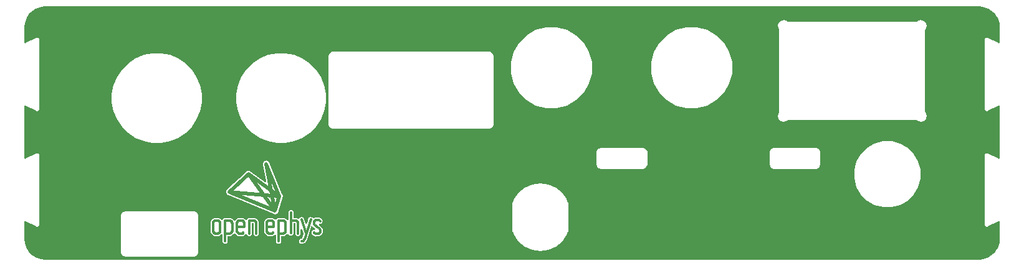
<source format=gbr>
G04 EAGLE Gerber RS-274X export*
G75*
%MOMM*%
%FSLAX34Y34*%
%LPD*%
%INTop Copper*%
%IPPOS*%
%AMOC8*
5,1,8,0,0,1.08239X$1,22.5*%
G01*
%ADD10C,0.550000*%
%ADD11C,0.360000*%
%ADD12C,4.316000*%

G36*
X1300022Y2543D02*
X1300022Y2543D01*
X1300100Y2545D01*
X1304197Y2867D01*
X1304264Y2881D01*
X1304333Y2885D01*
X1304489Y2925D01*
X1312282Y5457D01*
X1312390Y5508D01*
X1312500Y5551D01*
X1312551Y5584D01*
X1312570Y5593D01*
X1312586Y5606D01*
X1312636Y5638D01*
X1319265Y10454D01*
X1319352Y10535D01*
X1319443Y10611D01*
X1319482Y10658D01*
X1319497Y10672D01*
X1319508Y10689D01*
X1319546Y10735D01*
X1324362Y17364D01*
X1324420Y17468D01*
X1324483Y17568D01*
X1324506Y17625D01*
X1324516Y17643D01*
X1324521Y17662D01*
X1324543Y17718D01*
X1327075Y25511D01*
X1327088Y25579D01*
X1327110Y25644D01*
X1327133Y25803D01*
X1327455Y29900D01*
X1327454Y29922D01*
X1327459Y30000D01*
X1327459Y53835D01*
X1327447Y53929D01*
X1327445Y54024D01*
X1327428Y54086D01*
X1327419Y54151D01*
X1327385Y54239D01*
X1327359Y54330D01*
X1327326Y54386D01*
X1327302Y54447D01*
X1327247Y54523D01*
X1327199Y54605D01*
X1327154Y54651D01*
X1327116Y54704D01*
X1327043Y54764D01*
X1326976Y54832D01*
X1326921Y54865D01*
X1326871Y54907D01*
X1326785Y54947D01*
X1326704Y54996D01*
X1326642Y55015D01*
X1326583Y55042D01*
X1326490Y55060D01*
X1326399Y55087D01*
X1326334Y55090D01*
X1326271Y55102D01*
X1326176Y55096D01*
X1326082Y55100D01*
X1326018Y55086D01*
X1325953Y55082D01*
X1325863Y55053D01*
X1325771Y55033D01*
X1325668Y54990D01*
X1325651Y54984D01*
X1325642Y54979D01*
X1325622Y54971D01*
X1311689Y48004D01*
X1311587Y47935D01*
X1311480Y47873D01*
X1311441Y47838D01*
X1311425Y47827D01*
X1311411Y47811D01*
X1311359Y47766D01*
X1311052Y47459D01*
X1310899Y47459D01*
X1310845Y47452D01*
X1310791Y47455D01*
X1310688Y47433D01*
X1310584Y47419D01*
X1310533Y47399D01*
X1310480Y47388D01*
X1310332Y47325D01*
X1310195Y47257D01*
X1309783Y47394D01*
X1309662Y47418D01*
X1309542Y47449D01*
X1309490Y47452D01*
X1309471Y47456D01*
X1309450Y47455D01*
X1309382Y47459D01*
X1308948Y47459D01*
X1308839Y47567D01*
X1308796Y47601D01*
X1308759Y47641D01*
X1308671Y47698D01*
X1308588Y47762D01*
X1308538Y47784D01*
X1308492Y47814D01*
X1308343Y47874D01*
X1308198Y47922D01*
X1308004Y48311D01*
X1307935Y48413D01*
X1307873Y48520D01*
X1307838Y48559D01*
X1307827Y48575D01*
X1307811Y48589D01*
X1307766Y48641D01*
X1307459Y48948D01*
X1307459Y49101D01*
X1307452Y49155D01*
X1307455Y49209D01*
X1307433Y49312D01*
X1307419Y49416D01*
X1307399Y49467D01*
X1307388Y49520D01*
X1307325Y49668D01*
X1307257Y49805D01*
X1307394Y50217D01*
X1307418Y50338D01*
X1307449Y50458D01*
X1307452Y50510D01*
X1307456Y50529D01*
X1307455Y50550D01*
X1307459Y50618D01*
X1307459Y144382D01*
X1307444Y144504D01*
X1307435Y144627D01*
X1307422Y144678D01*
X1307419Y144697D01*
X1307412Y144717D01*
X1307394Y144783D01*
X1307257Y145195D01*
X1307325Y145332D01*
X1307343Y145383D01*
X1307370Y145431D01*
X1307396Y145533D01*
X1307431Y145632D01*
X1307435Y145686D01*
X1307449Y145739D01*
X1307459Y145899D01*
X1307459Y146052D01*
X1307766Y146359D01*
X1307842Y146457D01*
X1307923Y146550D01*
X1307949Y146596D01*
X1307961Y146611D01*
X1307970Y146630D01*
X1308004Y146689D01*
X1308198Y147078D01*
X1308343Y147126D01*
X1308392Y147150D01*
X1308445Y147165D01*
X1308535Y147218D01*
X1308630Y147264D01*
X1308672Y147298D01*
X1308719Y147326D01*
X1308839Y147433D01*
X1308948Y147541D01*
X1309382Y147541D01*
X1309504Y147556D01*
X1309627Y147565D01*
X1309678Y147578D01*
X1309697Y147581D01*
X1309717Y147588D01*
X1309783Y147606D01*
X1310195Y147743D01*
X1310332Y147675D01*
X1310383Y147657D01*
X1310431Y147630D01*
X1310533Y147604D01*
X1310632Y147569D01*
X1310686Y147565D01*
X1310739Y147551D01*
X1310899Y147541D01*
X1311052Y147541D01*
X1311359Y147234D01*
X1311457Y147158D01*
X1311550Y147077D01*
X1311596Y147051D01*
X1311611Y147039D01*
X1311630Y147030D01*
X1311689Y146996D01*
X1325622Y140029D01*
X1325712Y139998D01*
X1325797Y139958D01*
X1325861Y139946D01*
X1325922Y139924D01*
X1326017Y139916D01*
X1326110Y139898D01*
X1326174Y139902D01*
X1326239Y139896D01*
X1326333Y139912D01*
X1326427Y139918D01*
X1326489Y139938D01*
X1326553Y139948D01*
X1326640Y139987D01*
X1326729Y140016D01*
X1326784Y140051D01*
X1326844Y140077D01*
X1326918Y140135D01*
X1326998Y140186D01*
X1327043Y140233D01*
X1327094Y140274D01*
X1327151Y140349D01*
X1327216Y140418D01*
X1327247Y140474D01*
X1327287Y140526D01*
X1327324Y140613D01*
X1327370Y140696D01*
X1327386Y140759D01*
X1327411Y140819D01*
X1327425Y140913D01*
X1327449Y141004D01*
X1327456Y141115D01*
X1327459Y141133D01*
X1327458Y141143D01*
X1327459Y141165D01*
X1327459Y211335D01*
X1327447Y211429D01*
X1327445Y211524D01*
X1327428Y211586D01*
X1327419Y211651D01*
X1327385Y211739D01*
X1327359Y211830D01*
X1327326Y211886D01*
X1327302Y211947D01*
X1327247Y212023D01*
X1327199Y212105D01*
X1327154Y212151D01*
X1327116Y212204D01*
X1327043Y212264D01*
X1326976Y212332D01*
X1326921Y212365D01*
X1326871Y212407D01*
X1326785Y212447D01*
X1326704Y212496D01*
X1326642Y212515D01*
X1326583Y212542D01*
X1326490Y212560D01*
X1326399Y212587D01*
X1326334Y212590D01*
X1326271Y212602D01*
X1326176Y212596D01*
X1326082Y212600D01*
X1326018Y212586D01*
X1325953Y212582D01*
X1325863Y212553D01*
X1325771Y212533D01*
X1325668Y212490D01*
X1325651Y212484D01*
X1325642Y212479D01*
X1325622Y212471D01*
X1311689Y205504D01*
X1311630Y205465D01*
X1311628Y205464D01*
X1311619Y205457D01*
X1311587Y205435D01*
X1311480Y205373D01*
X1311441Y205338D01*
X1311425Y205327D01*
X1311411Y205311D01*
X1311374Y205279D01*
X1311371Y205277D01*
X1311370Y205275D01*
X1311359Y205266D01*
X1311052Y204959D01*
X1310899Y204959D01*
X1310845Y204952D01*
X1310791Y204955D01*
X1310688Y204933D01*
X1310584Y204919D01*
X1310533Y204899D01*
X1310480Y204888D01*
X1310332Y204825D01*
X1310195Y204757D01*
X1309783Y204894D01*
X1309662Y204918D01*
X1309542Y204949D01*
X1309490Y204952D01*
X1309471Y204956D01*
X1309450Y204955D01*
X1309382Y204959D01*
X1308948Y204959D01*
X1308839Y205067D01*
X1308796Y205101D01*
X1308759Y205141D01*
X1308671Y205198D01*
X1308588Y205262D01*
X1308538Y205284D01*
X1308492Y205314D01*
X1308343Y205374D01*
X1308198Y205422D01*
X1308004Y205811D01*
X1307935Y205913D01*
X1307873Y206020D01*
X1307838Y206059D01*
X1307827Y206075D01*
X1307811Y206089D01*
X1307766Y206141D01*
X1307459Y206448D01*
X1307459Y206601D01*
X1307452Y206655D01*
X1307455Y206709D01*
X1307433Y206812D01*
X1307419Y206916D01*
X1307399Y206967D01*
X1307388Y207020D01*
X1307325Y207168D01*
X1307257Y207305D01*
X1307394Y207717D01*
X1307418Y207838D01*
X1307449Y207958D01*
X1307452Y208010D01*
X1307456Y208029D01*
X1307455Y208050D01*
X1307459Y208118D01*
X1307459Y301882D01*
X1307444Y302004D01*
X1307435Y302127D01*
X1307422Y302178D01*
X1307419Y302197D01*
X1307412Y302217D01*
X1307394Y302283D01*
X1307257Y302695D01*
X1307325Y302832D01*
X1307343Y302883D01*
X1307370Y302931D01*
X1307396Y303033D01*
X1307431Y303132D01*
X1307435Y303186D01*
X1307449Y303239D01*
X1307459Y303399D01*
X1307459Y303552D01*
X1307766Y303859D01*
X1307842Y303957D01*
X1307923Y304050D01*
X1307949Y304096D01*
X1307961Y304111D01*
X1307970Y304130D01*
X1308004Y304189D01*
X1308198Y304578D01*
X1308343Y304626D01*
X1308392Y304649D01*
X1308445Y304665D01*
X1308535Y304718D01*
X1308630Y304763D01*
X1308672Y304798D01*
X1308719Y304826D01*
X1308839Y304933D01*
X1308948Y305041D01*
X1309382Y305041D01*
X1309504Y305056D01*
X1309627Y305065D01*
X1309678Y305078D01*
X1309697Y305081D01*
X1309717Y305088D01*
X1309783Y305106D01*
X1310195Y305243D01*
X1310332Y305175D01*
X1310383Y305157D01*
X1310431Y305130D01*
X1310533Y305104D01*
X1310632Y305069D01*
X1310686Y305065D01*
X1310739Y305051D01*
X1310899Y305041D01*
X1311052Y305041D01*
X1311359Y304734D01*
X1311457Y304658D01*
X1311550Y304577D01*
X1311596Y304551D01*
X1311611Y304539D01*
X1311630Y304530D01*
X1311689Y304496D01*
X1325622Y297529D01*
X1325712Y297498D01*
X1325797Y297458D01*
X1325861Y297446D01*
X1325922Y297424D01*
X1326017Y297416D01*
X1326110Y297398D01*
X1326174Y297402D01*
X1326239Y297396D01*
X1326333Y297412D01*
X1326427Y297418D01*
X1326489Y297438D01*
X1326553Y297448D01*
X1326640Y297487D01*
X1326729Y297516D01*
X1326784Y297551D01*
X1326844Y297577D01*
X1326918Y297635D01*
X1326998Y297686D01*
X1327043Y297733D01*
X1327094Y297774D01*
X1327151Y297849D01*
X1327216Y297918D01*
X1327247Y297974D01*
X1327287Y298026D01*
X1327324Y298113D01*
X1327370Y298196D01*
X1327386Y298259D01*
X1327411Y298319D01*
X1327425Y298413D01*
X1327449Y298504D01*
X1327456Y298615D01*
X1327459Y298633D01*
X1327458Y298643D01*
X1327459Y298665D01*
X1327459Y320000D01*
X1327457Y320022D01*
X1327455Y320100D01*
X1327133Y324197D01*
X1327119Y324264D01*
X1327115Y324333D01*
X1327075Y324489D01*
X1324543Y332282D01*
X1324492Y332390D01*
X1324449Y332500D01*
X1324416Y332551D01*
X1324407Y332570D01*
X1324394Y332586D01*
X1324362Y332636D01*
X1319546Y339265D01*
X1319465Y339352D01*
X1319389Y339443D01*
X1319342Y339482D01*
X1319328Y339497D01*
X1319311Y339508D01*
X1319265Y339546D01*
X1312636Y344362D01*
X1312532Y344420D01*
X1312432Y344483D01*
X1312375Y344506D01*
X1312357Y344516D01*
X1312338Y344521D01*
X1312282Y344543D01*
X1304489Y347075D01*
X1304421Y347088D01*
X1304356Y347110D01*
X1304197Y347133D01*
X1300100Y347455D01*
X1300078Y347454D01*
X1300000Y347459D01*
X30000Y347459D01*
X29978Y347457D01*
X29900Y347455D01*
X25803Y347133D01*
X25736Y347119D01*
X25667Y347115D01*
X25511Y347075D01*
X17718Y344543D01*
X17610Y344492D01*
X17500Y344449D01*
X17449Y344416D01*
X17430Y344407D01*
X17414Y344394D01*
X17364Y344362D01*
X10735Y339546D01*
X10648Y339465D01*
X10557Y339389D01*
X10518Y339342D01*
X10503Y339328D01*
X10492Y339311D01*
X10454Y339265D01*
X5638Y332636D01*
X5580Y332532D01*
X5517Y332432D01*
X5494Y332375D01*
X5484Y332357D01*
X5479Y332338D01*
X5457Y332282D01*
X2925Y324489D01*
X2912Y324421D01*
X2890Y324356D01*
X2867Y324197D01*
X2545Y320100D01*
X2546Y320078D01*
X2541Y320000D01*
X2541Y298665D01*
X2553Y298571D01*
X2555Y298476D01*
X2572Y298414D01*
X2581Y298349D01*
X2615Y298261D01*
X2641Y298170D01*
X2674Y298114D01*
X2698Y298053D01*
X2753Y297977D01*
X2801Y297895D01*
X2846Y297849D01*
X2884Y297796D01*
X2957Y297736D01*
X3024Y297668D01*
X3079Y297635D01*
X3129Y297593D01*
X3215Y297553D01*
X3296Y297504D01*
X3358Y297485D01*
X3417Y297458D01*
X3510Y297440D01*
X3601Y297413D01*
X3666Y297410D01*
X3729Y297398D01*
X3824Y297404D01*
X3918Y297400D01*
X3982Y297414D01*
X4047Y297418D01*
X4137Y297447D01*
X4229Y297467D01*
X4332Y297510D01*
X4349Y297516D01*
X4358Y297521D01*
X4378Y297529D01*
X18311Y304496D01*
X18413Y304565D01*
X18520Y304627D01*
X18559Y304662D01*
X18575Y304673D01*
X18589Y304689D01*
X18641Y304734D01*
X18948Y305041D01*
X19101Y305041D01*
X19155Y305048D01*
X19209Y305045D01*
X19312Y305067D01*
X19416Y305081D01*
X19467Y305101D01*
X19520Y305112D01*
X19668Y305175D01*
X19805Y305243D01*
X20217Y305106D01*
X20338Y305082D01*
X20458Y305051D01*
X20510Y305048D01*
X20529Y305044D01*
X20550Y305045D01*
X20618Y305041D01*
X21052Y305041D01*
X21161Y304933D01*
X21204Y304899D01*
X21241Y304859D01*
X21329Y304802D01*
X21412Y304738D01*
X21462Y304716D01*
X21508Y304686D01*
X21657Y304626D01*
X21802Y304578D01*
X21996Y304189D01*
X22065Y304087D01*
X22127Y303980D01*
X22162Y303941D01*
X22173Y303925D01*
X22189Y303911D01*
X22234Y303859D01*
X22541Y303552D01*
X22541Y303399D01*
X22548Y303345D01*
X22545Y303291D01*
X22567Y303188D01*
X22581Y303084D01*
X22601Y303033D01*
X22612Y302980D01*
X22675Y302832D01*
X22743Y302695D01*
X22606Y302283D01*
X22582Y302162D01*
X22551Y302042D01*
X22548Y301990D01*
X22544Y301971D01*
X22545Y301950D01*
X22541Y301882D01*
X22541Y208118D01*
X22556Y207996D01*
X22565Y207873D01*
X22578Y207822D01*
X22581Y207803D01*
X22588Y207783D01*
X22606Y207717D01*
X22743Y207305D01*
X22675Y207168D01*
X22657Y207117D01*
X22630Y207069D01*
X22604Y206967D01*
X22569Y206868D01*
X22565Y206814D01*
X22551Y206761D01*
X22541Y206601D01*
X22541Y206448D01*
X22234Y206141D01*
X22158Y206043D01*
X22077Y205950D01*
X22051Y205904D01*
X22039Y205889D01*
X22030Y205870D01*
X21996Y205811D01*
X21802Y205422D01*
X21657Y205374D01*
X21608Y205351D01*
X21555Y205335D01*
X21465Y205282D01*
X21370Y205237D01*
X21328Y205202D01*
X21281Y205174D01*
X21161Y205067D01*
X21052Y204959D01*
X20618Y204959D01*
X20496Y204944D01*
X20373Y204935D01*
X20322Y204922D01*
X20303Y204919D01*
X20283Y204912D01*
X20217Y204894D01*
X19805Y204757D01*
X19668Y204825D01*
X19617Y204843D01*
X19569Y204870D01*
X19467Y204896D01*
X19368Y204931D01*
X19314Y204935D01*
X19261Y204949D01*
X19101Y204959D01*
X18948Y204959D01*
X18641Y205266D01*
X18556Y205332D01*
X18507Y205378D01*
X18493Y205386D01*
X18450Y205423D01*
X18404Y205449D01*
X18389Y205461D01*
X18370Y205470D01*
X18311Y205504D01*
X4378Y212471D01*
X4288Y212502D01*
X4203Y212542D01*
X4139Y212554D01*
X4078Y212576D01*
X3983Y212584D01*
X3890Y212602D01*
X3826Y212598D01*
X3761Y212604D01*
X3667Y212588D01*
X3573Y212582D01*
X3511Y212562D01*
X3447Y212552D01*
X3360Y212513D01*
X3271Y212484D01*
X3216Y212449D01*
X3156Y212423D01*
X3082Y212365D01*
X3002Y212314D01*
X2957Y212267D01*
X2906Y212226D01*
X2849Y212151D01*
X2784Y212082D01*
X2753Y212026D01*
X2713Y211974D01*
X2676Y211886D01*
X2630Y211804D01*
X2614Y211741D01*
X2589Y211681D01*
X2575Y211587D01*
X2551Y211496D01*
X2544Y211385D01*
X2541Y211367D01*
X2542Y211357D01*
X2541Y211335D01*
X2541Y141165D01*
X2553Y141071D01*
X2555Y140976D01*
X2572Y140914D01*
X2581Y140849D01*
X2615Y140761D01*
X2641Y140670D01*
X2674Y140614D01*
X2698Y140553D01*
X2753Y140477D01*
X2801Y140395D01*
X2846Y140349D01*
X2884Y140296D01*
X2957Y140236D01*
X3024Y140168D01*
X3079Y140135D01*
X3129Y140093D01*
X3215Y140053D01*
X3296Y140004D01*
X3358Y139985D01*
X3417Y139958D01*
X3510Y139940D01*
X3601Y139913D01*
X3666Y139910D01*
X3729Y139898D01*
X3824Y139904D01*
X3918Y139900D01*
X3982Y139914D01*
X4047Y139918D01*
X4137Y139947D01*
X4229Y139967D01*
X4332Y140010D01*
X4349Y140016D01*
X4358Y140021D01*
X4378Y140029D01*
X18311Y146996D01*
X18413Y147065D01*
X18520Y147127D01*
X18559Y147162D01*
X18575Y147173D01*
X18589Y147189D01*
X18641Y147234D01*
X18948Y147541D01*
X19101Y147541D01*
X19155Y147548D01*
X19209Y147545D01*
X19312Y147567D01*
X19416Y147581D01*
X19467Y147601D01*
X19520Y147612D01*
X19668Y147675D01*
X19805Y147743D01*
X20217Y147606D01*
X20338Y147582D01*
X20458Y147551D01*
X20510Y147548D01*
X20529Y147544D01*
X20550Y147545D01*
X20618Y147541D01*
X21052Y147541D01*
X21161Y147433D01*
X21204Y147399D01*
X21241Y147359D01*
X21329Y147302D01*
X21412Y147238D01*
X21462Y147216D01*
X21508Y147186D01*
X21657Y147126D01*
X21802Y147078D01*
X21996Y146689D01*
X22065Y146587D01*
X22127Y146480D01*
X22162Y146441D01*
X22173Y146425D01*
X22189Y146411D01*
X22234Y146359D01*
X22541Y146052D01*
X22541Y145899D01*
X22548Y145845D01*
X22545Y145791D01*
X22567Y145688D01*
X22581Y145584D01*
X22601Y145533D01*
X22612Y145480D01*
X22675Y145332D01*
X22743Y145195D01*
X22606Y144783D01*
X22582Y144662D01*
X22551Y144542D01*
X22548Y144490D01*
X22544Y144471D01*
X22545Y144450D01*
X22541Y144382D01*
X22541Y50618D01*
X22556Y50496D01*
X22565Y50373D01*
X22578Y50322D01*
X22581Y50303D01*
X22588Y50283D01*
X22606Y50217D01*
X22743Y49805D01*
X22675Y49668D01*
X22657Y49617D01*
X22630Y49569D01*
X22604Y49468D01*
X22569Y49368D01*
X22565Y49314D01*
X22551Y49261D01*
X22541Y49101D01*
X22541Y48948D01*
X22234Y48641D01*
X22158Y48543D01*
X22077Y48450D01*
X22050Y48404D01*
X22039Y48389D01*
X22030Y48370D01*
X21996Y48311D01*
X21802Y47922D01*
X21657Y47874D01*
X21608Y47851D01*
X21555Y47835D01*
X21465Y47782D01*
X21370Y47737D01*
X21328Y47702D01*
X21281Y47674D01*
X21161Y47567D01*
X21052Y47459D01*
X20618Y47459D01*
X20496Y47444D01*
X20373Y47435D01*
X20322Y47422D01*
X20303Y47419D01*
X20283Y47412D01*
X20217Y47394D01*
X19805Y47257D01*
X19668Y47325D01*
X19617Y47343D01*
X19569Y47370D01*
X19468Y47396D01*
X19368Y47431D01*
X19314Y47435D01*
X19261Y47449D01*
X19101Y47459D01*
X18948Y47459D01*
X18641Y47766D01*
X18543Y47842D01*
X18450Y47923D01*
X18404Y47949D01*
X18389Y47961D01*
X18370Y47970D01*
X18311Y48004D01*
X4378Y54971D01*
X4288Y55002D01*
X4203Y55042D01*
X4139Y55054D01*
X4078Y55076D01*
X3983Y55084D01*
X3890Y55102D01*
X3826Y55098D01*
X3761Y55104D01*
X3667Y55088D01*
X3573Y55082D01*
X3511Y55062D01*
X3447Y55052D01*
X3360Y55013D01*
X3271Y54984D01*
X3216Y54949D01*
X3156Y54923D01*
X3082Y54865D01*
X3002Y54814D01*
X2957Y54767D01*
X2906Y54726D01*
X2849Y54651D01*
X2784Y54582D01*
X2753Y54526D01*
X2713Y54474D01*
X2676Y54387D01*
X2630Y54304D01*
X2614Y54241D01*
X2589Y54181D01*
X2575Y54087D01*
X2551Y53996D01*
X2544Y53885D01*
X2541Y53867D01*
X2542Y53857D01*
X2541Y53835D01*
X2541Y30000D01*
X2543Y29978D01*
X2545Y29900D01*
X2867Y25803D01*
X2881Y25736D01*
X2885Y25667D01*
X2925Y25511D01*
X5457Y17718D01*
X5508Y17610D01*
X5551Y17500D01*
X5584Y17449D01*
X5593Y17430D01*
X5606Y17414D01*
X5638Y17364D01*
X10454Y10735D01*
X10535Y10648D01*
X10611Y10557D01*
X10658Y10518D01*
X10672Y10503D01*
X10689Y10492D01*
X10735Y10454D01*
X10810Y10399D01*
X17364Y5638D01*
X17468Y5580D01*
X17568Y5517D01*
X17625Y5494D01*
X17643Y5484D01*
X17662Y5479D01*
X17718Y5457D01*
X25511Y2925D01*
X25579Y2912D01*
X25644Y2890D01*
X25803Y2867D01*
X29900Y2545D01*
X29922Y2546D01*
X30000Y2541D01*
X1300000Y2541D01*
X1300022Y2543D01*
G37*
%LPC*%
G36*
X1215995Y191705D02*
X1215995Y191705D01*
X1215810Y191952D01*
X1215790Y191973D01*
X1215774Y191998D01*
X1215679Y192087D01*
X1215589Y192180D01*
X1215564Y192196D01*
X1215542Y192216D01*
X1215429Y192279D01*
X1215318Y192346D01*
X1215290Y192355D01*
X1215264Y192370D01*
X1215138Y192402D01*
X1215014Y192440D01*
X1214985Y192442D01*
X1214956Y192449D01*
X1214795Y192459D01*
X1039605Y192459D01*
X1039576Y192456D01*
X1039546Y192458D01*
X1039418Y192436D01*
X1039289Y192419D01*
X1039262Y192408D01*
X1039232Y192403D01*
X1039114Y192350D01*
X1038994Y192302D01*
X1038970Y192285D01*
X1038943Y192273D01*
X1038841Y192192D01*
X1038736Y192116D01*
X1038717Y192093D01*
X1038694Y192074D01*
X1038590Y191952D01*
X1038405Y191705D01*
X1034257Y190161D01*
X1029933Y191103D01*
X1026803Y194233D01*
X1025861Y198557D01*
X1027405Y202705D01*
X1027652Y202890D01*
X1027673Y202910D01*
X1027698Y202926D01*
X1027787Y203021D01*
X1027880Y203111D01*
X1027896Y203136D01*
X1027916Y203158D01*
X1027979Y203271D01*
X1028046Y203382D01*
X1028055Y203410D01*
X1028070Y203436D01*
X1028102Y203562D01*
X1028140Y203686D01*
X1028142Y203715D01*
X1028149Y203744D01*
X1028159Y203905D01*
X1028159Y315095D01*
X1028156Y315125D01*
X1028158Y315154D01*
X1028136Y315282D01*
X1028119Y315411D01*
X1028108Y315438D01*
X1028103Y315468D01*
X1028050Y315586D01*
X1028002Y315706D01*
X1027985Y315730D01*
X1027973Y315758D01*
X1027892Y315859D01*
X1027816Y315964D01*
X1027793Y315983D01*
X1027774Y316006D01*
X1027652Y316110D01*
X1027405Y316295D01*
X1025861Y320443D01*
X1026803Y324767D01*
X1029933Y327897D01*
X1034257Y328839D01*
X1038405Y327295D01*
X1038590Y327048D01*
X1038610Y327027D01*
X1038626Y327002D01*
X1038721Y326913D01*
X1038811Y326820D01*
X1038836Y326804D01*
X1038858Y326784D01*
X1038971Y326721D01*
X1039082Y326654D01*
X1039110Y326645D01*
X1039136Y326630D01*
X1039262Y326598D01*
X1039386Y326560D01*
X1039415Y326558D01*
X1039444Y326551D01*
X1039605Y326541D01*
X1214795Y326541D01*
X1214825Y326544D01*
X1214854Y326542D01*
X1214982Y326564D01*
X1215111Y326581D01*
X1215138Y326592D01*
X1215168Y326597D01*
X1215286Y326650D01*
X1215406Y326698D01*
X1215430Y326715D01*
X1215458Y326727D01*
X1215559Y326808D01*
X1215664Y326884D01*
X1215683Y326907D01*
X1215706Y326926D01*
X1215810Y327048D01*
X1215995Y327295D01*
X1220143Y328839D01*
X1224467Y327897D01*
X1227597Y324767D01*
X1228539Y320443D01*
X1226995Y316295D01*
X1226748Y316110D01*
X1226727Y316090D01*
X1226702Y316074D01*
X1226613Y315979D01*
X1226520Y315889D01*
X1226504Y315864D01*
X1226484Y315842D01*
X1226421Y315729D01*
X1226354Y315618D01*
X1226345Y315590D01*
X1226330Y315564D01*
X1226298Y315438D01*
X1226260Y315314D01*
X1226258Y315285D01*
X1226251Y315256D01*
X1226241Y315095D01*
X1226241Y203905D01*
X1226244Y203876D01*
X1226242Y203846D01*
X1226264Y203718D01*
X1226281Y203589D01*
X1226292Y203562D01*
X1226297Y203532D01*
X1226350Y203414D01*
X1226398Y203294D01*
X1226415Y203270D01*
X1226427Y203243D01*
X1226508Y203141D01*
X1226584Y203036D01*
X1226607Y203017D01*
X1226626Y202994D01*
X1226748Y202890D01*
X1226995Y202705D01*
X1228539Y198557D01*
X1227597Y194233D01*
X1224467Y191103D01*
X1220143Y190161D01*
X1215995Y191705D01*
G37*
%LPD*%
%LPC*%
G36*
X420779Y180659D02*
X420779Y180659D01*
X417280Y182680D01*
X415259Y186180D01*
X415259Y280221D01*
X417280Y283720D01*
X420779Y285741D01*
X634821Y285741D01*
X638320Y283720D01*
X640341Y280221D01*
X640341Y186179D01*
X638320Y182680D01*
X634821Y180659D01*
X420779Y180659D01*
G37*
%LPD*%
%LPC*%
G36*
X345298Y161759D02*
X345298Y161759D01*
X333505Y164105D01*
X322396Y168706D01*
X312399Y175387D01*
X303897Y183889D01*
X297216Y193886D01*
X292615Y204995D01*
X290269Y216788D01*
X290269Y228812D01*
X292615Y240605D01*
X297216Y251714D01*
X303897Y261711D01*
X312399Y270213D01*
X322396Y276894D01*
X333505Y281495D01*
X345298Y283841D01*
X357322Y283841D01*
X369115Y281495D01*
X380224Y276894D01*
X390221Y270213D01*
X398723Y261711D01*
X405404Y251714D01*
X410005Y240605D01*
X412351Y228812D01*
X412351Y216788D01*
X410005Y204995D01*
X405404Y193886D01*
X398723Y183889D01*
X390221Y175387D01*
X380224Y168706D01*
X369115Y164105D01*
X357322Y161759D01*
X345298Y161759D01*
G37*
%LPD*%
%LPC*%
G36*
X176388Y161759D02*
X176388Y161759D01*
X164595Y164105D01*
X153486Y168706D01*
X143489Y175387D01*
X134987Y183889D01*
X128306Y193886D01*
X123705Y204995D01*
X121359Y216788D01*
X121359Y228812D01*
X123705Y240605D01*
X128306Y251714D01*
X134987Y261711D01*
X143489Y270213D01*
X153486Y276894D01*
X164595Y281495D01*
X176388Y283841D01*
X188412Y283841D01*
X200205Y281495D01*
X211314Y276894D01*
X221311Y270213D01*
X229813Y261711D01*
X236494Y251714D01*
X241095Y240605D01*
X243441Y228812D01*
X243441Y216788D01*
X241095Y204995D01*
X236494Y193886D01*
X229813Y183889D01*
X221311Y175387D01*
X211314Y168706D01*
X200205Y164105D01*
X188412Y161759D01*
X176388Y161759D01*
G37*
%LPD*%
%LPC*%
G36*
X711094Y208959D02*
X711094Y208959D01*
X697095Y212710D01*
X684544Y219956D01*
X674296Y230204D01*
X667050Y242755D01*
X663299Y256754D01*
X663299Y271246D01*
X667050Y285245D01*
X674296Y297796D01*
X684544Y308044D01*
X697095Y315290D01*
X711094Y319041D01*
X725586Y319041D01*
X739585Y315290D01*
X752136Y308044D01*
X762384Y297796D01*
X769630Y285245D01*
X773381Y271246D01*
X773381Y256754D01*
X769630Y242755D01*
X762384Y230204D01*
X752136Y219956D01*
X739585Y212710D01*
X725586Y208959D01*
X711094Y208959D01*
G37*
%LPD*%
%LPC*%
G36*
X901594Y208959D02*
X901594Y208959D01*
X887595Y212710D01*
X875044Y219956D01*
X864796Y230204D01*
X857550Y242755D01*
X853799Y256754D01*
X853799Y271246D01*
X857550Y285245D01*
X864796Y297796D01*
X875044Y308044D01*
X887595Y315290D01*
X901594Y319041D01*
X916086Y319041D01*
X930085Y315290D01*
X942636Y308044D01*
X952884Y297796D01*
X960130Y285245D01*
X963881Y271246D01*
X963881Y256754D01*
X960130Y242755D01*
X952884Y230204D01*
X942636Y219956D01*
X930085Y212710D01*
X916086Y208959D01*
X901594Y208959D01*
G37*
%LPD*%
%LPC*%
G36*
X139179Y6459D02*
X139179Y6459D01*
X135680Y8480D01*
X133659Y11979D01*
X133659Y63021D01*
X135680Y66520D01*
X139179Y68541D01*
X233221Y68541D01*
X236720Y66520D01*
X238741Y63021D01*
X238741Y11979D01*
X236720Y8480D01*
X233221Y6459D01*
X139179Y6459D01*
G37*
%LPD*%
%LPC*%
G36*
X1169010Y73959D02*
X1169010Y73959D01*
X1157555Y77029D01*
X1147284Y82958D01*
X1138898Y91344D01*
X1132969Y101615D01*
X1129899Y113070D01*
X1129899Y124930D01*
X1132969Y136385D01*
X1138898Y146656D01*
X1147284Y155042D01*
X1157555Y160971D01*
X1169010Y164041D01*
X1180870Y164041D01*
X1192325Y160971D01*
X1202596Y155042D01*
X1210982Y146656D01*
X1216911Y136385D01*
X1219981Y124930D01*
X1219981Y113070D01*
X1216911Y101615D01*
X1210982Y91344D01*
X1202596Y82958D01*
X1192325Y77029D01*
X1180870Y73959D01*
X1169010Y73959D01*
G37*
%LPD*%
%LPC*%
G36*
X692660Y16075D02*
X692660Y16075D01*
X682596Y20359D01*
X674028Y27158D01*
X667569Y35985D01*
X665915Y40334D01*
X665902Y40359D01*
X665894Y40386D01*
X665828Y40499D01*
X665766Y40615D01*
X665747Y40636D01*
X665733Y40660D01*
X665626Y40780D01*
X665459Y40948D01*
X665459Y41300D01*
X665441Y41448D01*
X665424Y41597D01*
X665420Y41610D01*
X665419Y41616D01*
X665414Y41628D01*
X665376Y41751D01*
X665251Y42081D01*
X665348Y42296D01*
X665356Y42323D01*
X665370Y42347D01*
X665402Y42475D01*
X665441Y42600D01*
X665442Y42628D01*
X665449Y42655D01*
X665459Y42816D01*
X665459Y78184D01*
X665456Y78212D01*
X665458Y78240D01*
X665436Y78369D01*
X665419Y78499D01*
X665409Y78526D01*
X665404Y78553D01*
X665348Y78704D01*
X665251Y78919D01*
X665376Y79249D01*
X665412Y79396D01*
X665449Y79539D01*
X665450Y79552D01*
X665451Y79558D01*
X665451Y79572D01*
X665459Y79700D01*
X665459Y80052D01*
X665626Y80220D01*
X665644Y80242D01*
X665665Y80260D01*
X665741Y80367D01*
X665821Y80471D01*
X665832Y80496D01*
X665849Y80519D01*
X665915Y80666D01*
X667569Y85015D01*
X674028Y93842D01*
X682596Y100641D01*
X692660Y104925D01*
X703500Y106388D01*
X714340Y104925D01*
X724404Y100641D01*
X732972Y93842D01*
X739431Y85015D01*
X741085Y80666D01*
X741098Y80641D01*
X741106Y80614D01*
X741172Y80501D01*
X741234Y80385D01*
X741253Y80364D01*
X741267Y80340D01*
X741374Y80220D01*
X741541Y80052D01*
X741541Y79700D01*
X741559Y79552D01*
X741576Y79403D01*
X741580Y79390D01*
X741581Y79384D01*
X741586Y79372D01*
X741624Y79249D01*
X741749Y78919D01*
X741652Y78704D01*
X741644Y78677D01*
X741630Y78653D01*
X741598Y78525D01*
X741559Y78400D01*
X741558Y78372D01*
X741551Y78345D01*
X741541Y78184D01*
X741541Y42816D01*
X741544Y42788D01*
X741542Y42760D01*
X741564Y42631D01*
X741581Y42501D01*
X741591Y42474D01*
X741596Y42447D01*
X741652Y42296D01*
X741749Y42081D01*
X741624Y41751D01*
X741588Y41604D01*
X741551Y41461D01*
X741550Y41448D01*
X741549Y41442D01*
X741549Y41428D01*
X741541Y41300D01*
X741541Y40948D01*
X741374Y40780D01*
X741356Y40758D01*
X741335Y40740D01*
X741259Y40633D01*
X741179Y40529D01*
X741168Y40504D01*
X741151Y40481D01*
X741085Y40334D01*
X739431Y35985D01*
X732972Y27158D01*
X724404Y20359D01*
X714340Y16075D01*
X703500Y14612D01*
X692660Y16075D01*
G37*
%LPD*%
%LPC*%
G36*
X342879Y64415D02*
X342879Y64415D01*
X342754Y64450D01*
X342632Y64490D01*
X342602Y64492D01*
X342573Y64501D01*
X342443Y64503D01*
X342314Y64512D01*
X342272Y64507D01*
X342255Y64507D01*
X342234Y64502D01*
X342155Y64492D01*
X342047Y64472D01*
X341606Y64774D01*
X341572Y64792D01*
X341541Y64816D01*
X341431Y64864D01*
X341323Y64919D01*
X341286Y64928D01*
X341250Y64944D01*
X341093Y64979D01*
X340544Y65069D01*
X340512Y65101D01*
X340415Y65206D01*
X340401Y65215D01*
X340390Y65227D01*
X340267Y65300D01*
X340148Y65377D01*
X340132Y65383D01*
X340118Y65391D01*
X340043Y65419D01*
X339981Y65506D01*
X339956Y65527D01*
X339936Y65552D01*
X339835Y65629D01*
X339738Y65711D01*
X339709Y65725D01*
X339683Y65744D01*
X339539Y65816D01*
X280270Y90671D01*
X280129Y90710D01*
X279990Y90752D01*
X279971Y90754D01*
X279963Y90756D01*
X279946Y90757D01*
X279829Y90769D01*
X278938Y90804D01*
X278588Y91223D01*
X278542Y91266D01*
X278503Y91314D01*
X278426Y91373D01*
X278355Y91439D01*
X278300Y91469D01*
X278250Y91507D01*
X278106Y91578D01*
X277714Y91743D01*
X277422Y92455D01*
X277350Y92583D01*
X277282Y92711D01*
X277270Y92725D01*
X277266Y92732D01*
X277254Y92745D01*
X277180Y92836D01*
X276576Y93491D01*
X276624Y94035D01*
X276621Y94097D01*
X276628Y94159D01*
X276615Y94256D01*
X276612Y94353D01*
X276594Y94413D01*
X276585Y94475D01*
X276534Y94627D01*
X276373Y95020D01*
X276671Y95730D01*
X276710Y95871D01*
X276752Y96010D01*
X276754Y96029D01*
X276756Y96037D01*
X276757Y96054D01*
X276769Y96171D01*
X276804Y97062D01*
X277223Y97412D01*
X277266Y97458D01*
X277314Y97497D01*
X277373Y97574D01*
X277439Y97645D01*
X277469Y97700D01*
X277507Y97750D01*
X277578Y97894D01*
X277743Y98286D01*
X278455Y98578D01*
X278582Y98649D01*
X278711Y98718D01*
X278725Y98730D01*
X278732Y98734D01*
X278745Y98746D01*
X278836Y98820D01*
X302696Y120845D01*
X302710Y120862D01*
X302728Y120875D01*
X302812Y120983D01*
X302901Y121088D01*
X302910Y121108D01*
X302924Y121125D01*
X302979Y121250D01*
X303039Y121375D01*
X303043Y121396D01*
X303052Y121416D01*
X303054Y121427D01*
X303761Y121935D01*
X303854Y122022D01*
X303951Y122103D01*
X303981Y122140D01*
X303994Y122152D01*
X304006Y122170D01*
X304052Y122228D01*
X304551Y122925D01*
X304665Y122944D01*
X304787Y122981D01*
X304912Y123012D01*
X304939Y123027D01*
X304969Y123036D01*
X305079Y123102D01*
X305192Y123162D01*
X305227Y123191D01*
X305242Y123200D01*
X305257Y123215D01*
X305317Y123264D01*
X305422Y123361D01*
X305441Y123363D01*
X305578Y123375D01*
X305599Y123382D01*
X305621Y123385D01*
X305748Y123435D01*
X305878Y123480D01*
X305896Y123492D01*
X305917Y123500D01*
X305926Y123506D01*
X306785Y123366D01*
X306912Y123361D01*
X307038Y123350D01*
X307085Y123355D01*
X307103Y123355D01*
X307125Y123359D01*
X307198Y123367D01*
X308044Y123508D01*
X308138Y123441D01*
X308251Y123380D01*
X308360Y123313D01*
X308390Y123304D01*
X308418Y123290D01*
X308542Y123259D01*
X308665Y123222D01*
X308710Y123217D01*
X308726Y123213D01*
X308748Y123213D01*
X308825Y123205D01*
X308968Y123199D01*
X308983Y123187D01*
X309088Y123099D01*
X309108Y123090D01*
X309125Y123076D01*
X309251Y123021D01*
X309374Y122961D01*
X309396Y122957D01*
X309416Y122948D01*
X309427Y122946D01*
X309936Y122239D01*
X310022Y122146D01*
X310103Y122049D01*
X310140Y122019D01*
X310152Y122006D01*
X310170Y121994D01*
X310228Y121948D01*
X329017Y108527D01*
X329152Y108454D01*
X329283Y108381D01*
X329290Y108380D01*
X329297Y108376D01*
X329444Y108339D01*
X329591Y108301D01*
X329598Y108301D01*
X329605Y108299D01*
X329755Y108301D01*
X329909Y108300D01*
X329916Y108302D01*
X329923Y108302D01*
X330069Y108340D01*
X330217Y108378D01*
X330224Y108381D01*
X330231Y108383D01*
X330363Y108457D01*
X330496Y108530D01*
X330502Y108535D01*
X330508Y108539D01*
X330618Y108643D01*
X330729Y108747D01*
X330733Y108753D01*
X330738Y108758D01*
X330819Y108887D01*
X330901Y109015D01*
X330903Y109022D01*
X330907Y109028D01*
X330953Y109174D01*
X331000Y109317D01*
X331001Y109324D01*
X331003Y109331D01*
X331011Y109484D01*
X331022Y109634D01*
X331020Y109644D01*
X331021Y109649D01*
X331018Y109660D01*
X331002Y109794D01*
X326903Y131657D01*
X326888Y131703D01*
X326881Y131751D01*
X326830Y131904D01*
X326373Y133020D01*
X326415Y133121D01*
X326450Y133246D01*
X326490Y133368D01*
X326492Y133398D01*
X326501Y133427D01*
X326503Y133557D01*
X326512Y133686D01*
X326507Y133728D01*
X326507Y133745D01*
X326502Y133766D01*
X326492Y133845D01*
X326472Y133953D01*
X327153Y134948D01*
X327175Y134991D01*
X327205Y135030D01*
X327276Y135174D01*
X327743Y136286D01*
X327843Y136327D01*
X327956Y136391D01*
X328072Y136449D01*
X328094Y136469D01*
X328120Y136484D01*
X328214Y136573D01*
X328311Y136658D01*
X328338Y136692D01*
X328350Y136704D01*
X328361Y136723D01*
X328410Y136785D01*
X328472Y136875D01*
X329657Y137097D01*
X329703Y137112D01*
X329751Y137119D01*
X329904Y137170D01*
X331020Y137627D01*
X331121Y137585D01*
X331246Y137550D01*
X331368Y137510D01*
X331398Y137508D01*
X331427Y137499D01*
X331557Y137497D01*
X331686Y137488D01*
X331728Y137493D01*
X331745Y137493D01*
X331766Y137498D01*
X331845Y137508D01*
X331953Y137528D01*
X332948Y136847D01*
X332991Y136825D01*
X333030Y136795D01*
X333174Y136724D01*
X334286Y136257D01*
X334327Y136157D01*
X334391Y136044D01*
X334449Y135928D01*
X334469Y135906D01*
X334484Y135880D01*
X334573Y135786D01*
X334658Y135689D01*
X334692Y135662D01*
X334704Y135650D01*
X334723Y135639D01*
X334785Y135590D01*
X334875Y135528D01*
X335097Y134343D01*
X335112Y134297D01*
X335119Y134249D01*
X335170Y134096D01*
X352350Y92100D01*
X352408Y91999D01*
X352458Y91893D01*
X352486Y91861D01*
X352507Y91823D01*
X352587Y91739D01*
X352663Y91650D01*
X352712Y91609D01*
X352727Y91594D01*
X352744Y91584D01*
X352787Y91548D01*
X352925Y91449D01*
X352968Y91193D01*
X352996Y91100D01*
X353015Y91004D01*
X353042Y90948D01*
X353059Y90889D01*
X353082Y90851D01*
X353083Y90849D01*
X353094Y90832D01*
X353110Y90805D01*
X353152Y90717D01*
X353213Y90633D01*
X353223Y90616D01*
X353232Y90608D01*
X353247Y90587D01*
X353414Y90388D01*
X353404Y90278D01*
X353409Y90149D01*
X353408Y90020D01*
X353415Y89991D01*
X353416Y89960D01*
X353453Y89836D01*
X353484Y89711D01*
X353502Y89672D01*
X353507Y89656D01*
X353518Y89637D01*
X353551Y89565D01*
X353622Y89434D01*
X353605Y89336D01*
X353608Y89304D01*
X353604Y89272D01*
X353622Y89146D01*
X353632Y89019D01*
X353637Y89005D01*
X353561Y88823D01*
X353530Y88711D01*
X353491Y88601D01*
X353487Y88558D01*
X353476Y88517D01*
X353474Y88400D01*
X353463Y88284D01*
X353470Y88220D01*
X353470Y88199D01*
X353474Y88180D01*
X353480Y88124D01*
X353508Y87956D01*
X353357Y87745D01*
X353311Y87659D01*
X353256Y87578D01*
X353235Y87519D01*
X353206Y87465D01*
X353182Y87371D01*
X353150Y87278D01*
X353134Y87176D01*
X353129Y87157D01*
X353129Y87145D01*
X353125Y87119D01*
X353103Y86860D01*
X353018Y86790D01*
X352930Y86695D01*
X352838Y86605D01*
X352822Y86579D01*
X352802Y86556D01*
X352740Y86443D01*
X352673Y86332D01*
X352658Y86292D01*
X352650Y86277D01*
X352645Y86256D01*
X352617Y86181D01*
X347658Y69649D01*
X347652Y69618D01*
X347641Y69588D01*
X347626Y69461D01*
X347605Y69336D01*
X347608Y69304D01*
X347604Y69272D01*
X347622Y69145D01*
X347632Y69019D01*
X347637Y69005D01*
X347585Y68879D01*
X347550Y68754D01*
X347510Y68632D01*
X347508Y68602D01*
X347499Y68573D01*
X347497Y68443D01*
X347488Y68314D01*
X347493Y68272D01*
X347493Y68255D01*
X347498Y68234D01*
X347508Y68155D01*
X347528Y68047D01*
X347226Y67606D01*
X347208Y67572D01*
X347184Y67541D01*
X347136Y67431D01*
X347081Y67323D01*
X347072Y67286D01*
X347056Y67250D01*
X347021Y67093D01*
X346931Y66544D01*
X346899Y66512D01*
X346794Y66415D01*
X346785Y66401D01*
X346773Y66390D01*
X346700Y66267D01*
X346623Y66148D01*
X346617Y66132D01*
X346609Y66118D01*
X346581Y66043D01*
X346494Y65981D01*
X346473Y65956D01*
X346448Y65936D01*
X346371Y65835D01*
X346289Y65738D01*
X346282Y65724D01*
X346157Y65673D01*
X346044Y65609D01*
X345928Y65551D01*
X345906Y65531D01*
X345880Y65516D01*
X345786Y65427D01*
X345689Y65342D01*
X345662Y65308D01*
X345650Y65296D01*
X345639Y65277D01*
X345590Y65215D01*
X345528Y65125D01*
X345003Y65026D01*
X344966Y65014D01*
X344927Y65010D01*
X344815Y64966D01*
X344700Y64929D01*
X344667Y64908D01*
X344631Y64894D01*
X344495Y64809D01*
X344044Y64484D01*
X343998Y64484D01*
X343855Y64489D01*
X343839Y64486D01*
X343823Y64486D01*
X343683Y64452D01*
X343545Y64421D01*
X343530Y64414D01*
X343514Y64410D01*
X343442Y64377D01*
X343336Y64395D01*
X343304Y64392D01*
X343272Y64396D01*
X343146Y64378D01*
X343019Y64368D01*
X343005Y64363D01*
X342879Y64415D01*
G37*
%LPD*%
%LPC*%
G36*
X785229Y126059D02*
X785229Y126059D01*
X781730Y128080D01*
X779709Y131579D01*
X779709Y149621D01*
X781730Y153120D01*
X785229Y155141D01*
X843271Y155141D01*
X846770Y153120D01*
X848791Y149621D01*
X848791Y131579D01*
X846770Y128080D01*
X843271Y126059D01*
X785229Y126059D01*
G37*
%LPD*%
%LPC*%
G36*
X1020179Y126059D02*
X1020179Y126059D01*
X1016680Y128080D01*
X1014659Y131579D01*
X1014659Y149621D01*
X1016680Y153120D01*
X1020179Y155141D01*
X1078221Y155141D01*
X1081720Y153120D01*
X1083741Y149621D01*
X1083741Y131579D01*
X1081720Y128080D01*
X1078221Y126059D01*
X1020179Y126059D01*
G37*
%LPD*%
%LPC*%
G36*
X379144Y24277D02*
X379144Y24277D01*
X379036Y24328D01*
X378931Y24386D01*
X378892Y24396D01*
X378856Y24413D01*
X378739Y24435D01*
X378623Y24465D01*
X378564Y24469D01*
X378544Y24473D01*
X378523Y24471D01*
X378462Y24475D01*
X377423Y24475D01*
X375475Y26423D01*
X375475Y29177D01*
X377423Y31125D01*
X378928Y31125D01*
X378978Y31131D01*
X379029Y31129D01*
X379135Y31151D01*
X379244Y31165D01*
X379291Y31183D01*
X379340Y31193D01*
X379438Y31242D01*
X379539Y31282D01*
X379580Y31311D01*
X379626Y31334D01*
X379709Y31404D01*
X379797Y31468D01*
X379829Y31507D01*
X379867Y31540D01*
X379968Y31666D01*
X380002Y31714D01*
X380056Y31817D01*
X380116Y31915D01*
X380140Y31977D01*
X380150Y31996D01*
X380155Y32015D01*
X380174Y32065D01*
X381898Y37606D01*
X381898Y37608D01*
X381899Y37610D01*
X381926Y37766D01*
X381953Y37919D01*
X381953Y37921D01*
X381953Y37923D01*
X381941Y38078D01*
X381929Y38236D01*
X381929Y38238D01*
X381929Y38240D01*
X381886Y38395D01*
X380125Y43519D01*
X380073Y43625D01*
X380028Y43733D01*
X380003Y43767D01*
X379984Y43804D01*
X379908Y43894D01*
X379837Y43988D01*
X379805Y44014D01*
X379778Y44046D01*
X379681Y44114D01*
X379590Y44187D01*
X379551Y44205D01*
X379517Y44229D01*
X379407Y44270D01*
X379300Y44319D01*
X379259Y44326D01*
X379220Y44341D01*
X379103Y44354D01*
X378987Y44374D01*
X378945Y44371D01*
X378904Y44376D01*
X378787Y44359D01*
X378670Y44350D01*
X378630Y44336D01*
X378589Y44330D01*
X378480Y44285D01*
X378369Y44248D01*
X378334Y44225D01*
X378295Y44209D01*
X378201Y44138D01*
X378102Y44074D01*
X378074Y44043D01*
X378041Y44018D01*
X377967Y43926D01*
X377888Y43839D01*
X377868Y43802D01*
X377842Y43769D01*
X377794Y43662D01*
X377738Y43558D01*
X377728Y43517D01*
X377711Y43479D01*
X377691Y43364D01*
X377663Y43249D01*
X377660Y43186D01*
X377657Y43166D01*
X377658Y43146D01*
X377655Y43088D01*
X377744Y36870D01*
X375825Y34895D01*
X373070Y34856D01*
X371095Y36775D01*
X370902Y50288D01*
X370890Y50378D01*
X370887Y50468D01*
X370875Y50508D01*
X370875Y51206D01*
X370860Y51324D01*
X370853Y51443D01*
X370840Y51481D01*
X370835Y51522D01*
X370792Y51632D01*
X370755Y51745D01*
X370733Y51780D01*
X370718Y51817D01*
X370649Y51913D01*
X370585Y52014D01*
X370555Y52042D01*
X370532Y52075D01*
X370440Y52151D01*
X370353Y52232D01*
X370318Y52252D01*
X370287Y52277D01*
X370179Y52328D01*
X370075Y52386D01*
X370035Y52396D01*
X369999Y52413D01*
X369882Y52435D01*
X369767Y52465D01*
X369707Y52469D01*
X369687Y52473D01*
X369666Y52471D01*
X369606Y52475D01*
X369194Y52475D01*
X369076Y52460D01*
X368957Y52453D01*
X368919Y52440D01*
X368878Y52435D01*
X368768Y52392D01*
X368655Y52355D01*
X368620Y52333D01*
X368583Y52318D01*
X368487Y52249D01*
X368386Y52185D01*
X368358Y52155D01*
X368325Y52132D01*
X368249Y52040D01*
X368168Y51953D01*
X368148Y51918D01*
X368123Y51887D01*
X368072Y51779D01*
X368014Y51675D01*
X368004Y51635D01*
X367987Y51599D01*
X367965Y51482D01*
X367935Y51367D01*
X367931Y51307D01*
X367927Y51287D01*
X367929Y51266D01*
X367925Y51206D01*
X367925Y37023D01*
X365977Y35075D01*
X363223Y35075D01*
X361026Y37272D01*
X360927Y37349D01*
X360832Y37431D01*
X360802Y37446D01*
X360775Y37467D01*
X360659Y37517D01*
X360547Y37573D01*
X360514Y37580D01*
X360483Y37593D01*
X360359Y37613D01*
X360236Y37639D01*
X360203Y37638D01*
X360169Y37643D01*
X360044Y37631D01*
X359918Y37626D01*
X359886Y37616D01*
X359853Y37613D01*
X359734Y37570D01*
X359614Y37534D01*
X359585Y37517D01*
X359553Y37505D01*
X359449Y37435D01*
X359342Y37370D01*
X359318Y37346D01*
X359290Y37327D01*
X359207Y37232D01*
X359119Y37143D01*
X359092Y37102D01*
X359080Y37088D01*
X359070Y37069D01*
X359030Y37009D01*
X358869Y36731D01*
X355655Y34875D01*
X352394Y34875D01*
X352276Y34860D01*
X352157Y34853D01*
X352119Y34840D01*
X352078Y34835D01*
X351968Y34792D01*
X351855Y34755D01*
X351820Y34733D01*
X351783Y34718D01*
X351687Y34649D01*
X351586Y34585D01*
X351558Y34555D01*
X351525Y34532D01*
X351449Y34440D01*
X351368Y34353D01*
X351348Y34318D01*
X351323Y34287D01*
X351272Y34179D01*
X351214Y34075D01*
X351204Y34035D01*
X351187Y33999D01*
X351165Y33882D01*
X351135Y33767D01*
X351131Y33707D01*
X351127Y33687D01*
X351129Y33666D01*
X351125Y33606D01*
X351125Y26223D01*
X349177Y24275D01*
X346423Y24275D01*
X344475Y26223D01*
X344475Y35107D01*
X344459Y35238D01*
X344448Y35370D01*
X344439Y35396D01*
X344435Y35423D01*
X344387Y35546D01*
X344343Y35671D01*
X344328Y35693D01*
X344318Y35718D01*
X344241Y35826D01*
X344167Y35936D01*
X344147Y35954D01*
X344132Y35976D01*
X344030Y36060D01*
X343931Y36149D01*
X343907Y36161D01*
X343887Y36179D01*
X343767Y36235D01*
X343650Y36296D01*
X343623Y36303D01*
X343599Y36314D01*
X343469Y36339D01*
X343340Y36369D01*
X343313Y36369D01*
X343287Y36374D01*
X343155Y36366D01*
X343022Y36363D01*
X342996Y36356D01*
X342969Y36354D01*
X342843Y36313D01*
X342716Y36278D01*
X342681Y36261D01*
X342667Y36256D01*
X342648Y36244D01*
X342571Y36206D01*
X340674Y35111D01*
X340605Y35059D01*
X340532Y35015D01*
X340429Y34925D01*
X340420Y34918D01*
X340418Y34915D01*
X340411Y34909D01*
X340377Y34875D01*
X333545Y34875D01*
X330331Y36731D01*
X328475Y39944D01*
X328475Y54056D01*
X330331Y57269D01*
X333544Y59125D01*
X339656Y59125D01*
X343102Y57135D01*
X343206Y57091D01*
X343306Y57040D01*
X343352Y57030D01*
X343396Y57011D01*
X343507Y56995D01*
X343616Y56970D01*
X343663Y56972D01*
X343710Y56965D01*
X343822Y56977D01*
X343934Y56980D01*
X343980Y56993D01*
X344026Y56998D01*
X344132Y57037D01*
X344240Y57068D01*
X344280Y57092D01*
X344325Y57109D01*
X344417Y57173D01*
X344514Y57230D01*
X344568Y57278D01*
X344586Y57290D01*
X344598Y57304D01*
X344635Y57336D01*
X346423Y59125D01*
X355656Y59125D01*
X358869Y57269D01*
X358907Y57204D01*
X358995Y57088D01*
X359080Y56970D01*
X359091Y56962D01*
X359099Y56951D01*
X359213Y56861D01*
X359325Y56767D01*
X359338Y56762D01*
X359348Y56753D01*
X359481Y56694D01*
X359613Y56632D01*
X359626Y56629D01*
X359639Y56624D01*
X359783Y56599D01*
X359926Y56572D01*
X359939Y56573D01*
X359952Y56571D01*
X360098Y56583D01*
X360243Y56592D01*
X360256Y56596D01*
X360269Y56597D01*
X360407Y56645D01*
X360545Y56690D01*
X360557Y56697D01*
X360570Y56702D01*
X360691Y56782D01*
X360814Y56860D01*
X360823Y56870D01*
X360835Y56877D01*
X360932Y56985D01*
X361032Y57092D01*
X361039Y57103D01*
X361048Y57113D01*
X361115Y57243D01*
X361186Y57370D01*
X361189Y57383D01*
X361195Y57395D01*
X361229Y57538D01*
X361265Y57678D01*
X361266Y57696D01*
X361268Y57705D01*
X361268Y57722D01*
X361275Y57839D01*
X361275Y68177D01*
X363223Y70125D01*
X365977Y70125D01*
X367925Y68177D01*
X367925Y60394D01*
X367940Y60276D01*
X367947Y60157D01*
X367960Y60119D01*
X367965Y60078D01*
X368008Y59968D01*
X368045Y59855D01*
X368067Y59820D01*
X368082Y59783D01*
X368151Y59687D01*
X368215Y59586D01*
X368245Y59558D01*
X368268Y59525D01*
X368360Y59449D01*
X368447Y59368D01*
X368482Y59348D01*
X368513Y59323D01*
X368621Y59272D01*
X368725Y59214D01*
X368765Y59204D01*
X368801Y59187D01*
X368918Y59165D01*
X369033Y59135D01*
X369093Y59131D01*
X369113Y59127D01*
X369134Y59129D01*
X369194Y59125D01*
X372456Y59125D01*
X373921Y58279D01*
X373924Y58277D01*
X373927Y58275D01*
X374072Y58215D01*
X374214Y58155D01*
X374218Y58155D01*
X374221Y58153D01*
X374374Y58132D01*
X374529Y58109D01*
X374533Y58109D01*
X374536Y58109D01*
X374689Y58126D01*
X374845Y58142D01*
X374849Y58143D01*
X374852Y58144D01*
X374998Y58199D01*
X375143Y58253D01*
X375146Y58255D01*
X375150Y58256D01*
X375278Y58346D01*
X375404Y58434D01*
X375407Y58437D01*
X375410Y58439D01*
X375513Y58559D01*
X375612Y58675D01*
X375614Y58678D01*
X375617Y58681D01*
X375696Y58821D01*
X376417Y60296D01*
X379022Y61192D01*
X381496Y59983D01*
X384101Y52406D01*
X384135Y52337D01*
X384160Y52264D01*
X384205Y52195D01*
X384241Y52121D01*
X384291Y52062D01*
X384333Y51998D01*
X384394Y51942D01*
X384448Y51879D01*
X384511Y51835D01*
X384568Y51783D01*
X384641Y51744D01*
X384708Y51697D01*
X384780Y51669D01*
X384848Y51633D01*
X384929Y51614D01*
X385006Y51584D01*
X385082Y51576D01*
X385157Y51558D01*
X385240Y51559D01*
X385322Y51550D01*
X385398Y51561D01*
X385475Y51562D01*
X385555Y51583D01*
X385637Y51595D01*
X385708Y51624D01*
X385782Y51644D01*
X385854Y51685D01*
X385931Y51717D01*
X385992Y51763D01*
X386059Y51801D01*
X386119Y51858D01*
X386185Y51908D01*
X386233Y51968D01*
X386288Y52021D01*
X386332Y52091D01*
X386384Y52156D01*
X386415Y52226D01*
X386456Y52291D01*
X386513Y52442D01*
X388834Y59903D01*
X391273Y61184D01*
X393903Y60366D01*
X394314Y59583D01*
X394396Y59465D01*
X394476Y59345D01*
X394487Y59335D01*
X394496Y59323D01*
X394605Y59229D01*
X394712Y59132D01*
X394725Y59125D01*
X394737Y59115D01*
X394866Y59051D01*
X394994Y58984D01*
X395008Y58981D01*
X395022Y58974D01*
X395163Y58945D01*
X395303Y58912D01*
X395318Y58912D01*
X395333Y58909D01*
X395477Y58915D01*
X395621Y58918D01*
X395636Y58922D01*
X395651Y58923D01*
X395789Y58965D01*
X395928Y59003D01*
X395946Y59012D01*
X395955Y59015D01*
X395971Y59024D01*
X396072Y59074D01*
X397544Y59925D01*
X401255Y59925D01*
X401377Y59940D01*
X401500Y59949D01*
X401551Y59962D01*
X401570Y59965D01*
X401590Y59972D01*
X401656Y59990D01*
X402255Y60190D01*
X402517Y60059D01*
X402568Y60041D01*
X402616Y60014D01*
X402718Y59988D01*
X402817Y59953D01*
X402871Y59949D01*
X402924Y59935D01*
X403084Y59925D01*
X403177Y59925D01*
X403251Y59851D01*
X403310Y59805D01*
X403363Y59751D01*
X403495Y59660D01*
X404359Y59142D01*
X404379Y59133D01*
X404445Y59095D01*
X405070Y58782D01*
X405153Y58753D01*
X405233Y58714D01*
X405357Y58681D01*
X405370Y58677D01*
X405376Y58676D01*
X405389Y58673D01*
X405802Y58590D01*
X405993Y58304D01*
X406020Y58273D01*
X406041Y58237D01*
X406124Y58153D01*
X406201Y58063D01*
X406235Y58040D01*
X406264Y58011D01*
X406396Y57919D01*
X406691Y57742D01*
X406784Y57374D01*
X406821Y57278D01*
X406849Y57179D01*
X406878Y57130D01*
X406899Y57078D01*
X406959Y56994D01*
X407011Y56905D01*
X407071Y56837D01*
X407084Y56819D01*
X407095Y56810D01*
X407117Y56784D01*
X407527Y56375D01*
X407541Y56259D01*
X407553Y56127D01*
X407561Y56102D01*
X407565Y56075D01*
X407614Y55952D01*
X407657Y55826D01*
X407676Y55794D01*
X407682Y55780D01*
X407694Y55762D01*
X407731Y55700D01*
X407549Y54794D01*
X407546Y54749D01*
X407535Y54706D01*
X407525Y54545D01*
X407525Y53223D01*
X407434Y53133D01*
X407433Y53131D01*
X407429Y53127D01*
X405577Y51275D01*
X403915Y51275D01*
X403846Y51266D01*
X403776Y51268D01*
X403689Y51247D01*
X403600Y51235D01*
X403535Y51210D01*
X403466Y51193D01*
X403387Y51151D01*
X403304Y51118D01*
X403247Y51077D01*
X403185Y51044D01*
X403119Y50984D01*
X403047Y50932D01*
X403002Y50878D01*
X402950Y50830D01*
X402901Y50756D01*
X402844Y50687D01*
X402814Y50623D01*
X402776Y50565D01*
X402746Y50480D01*
X402708Y50399D01*
X402695Y50330D01*
X402672Y50264D01*
X402665Y50174D01*
X402649Y50087D01*
X402653Y50017D01*
X402647Y49947D01*
X402663Y49858D01*
X402668Y49769D01*
X402690Y49703D01*
X402702Y49633D01*
X402739Y49552D01*
X402766Y49467D01*
X402804Y49407D01*
X402833Y49344D01*
X402889Y49274D01*
X402937Y49198D01*
X402988Y49150D01*
X403031Y49095D01*
X403154Y48991D01*
X403436Y48779D01*
X403444Y48774D01*
X403451Y48768D01*
X403582Y48695D01*
X403713Y48621D01*
X403721Y48619D01*
X403729Y48614D01*
X403874Y48577D01*
X403944Y48558D01*
X404720Y47782D01*
X404728Y47776D01*
X404734Y47768D01*
X404856Y47664D01*
X405722Y47015D01*
X405759Y46879D01*
X405763Y46872D01*
X405766Y46863D01*
X405842Y46734D01*
X405916Y46603D01*
X405923Y46597D01*
X405927Y46589D01*
X406034Y46468D01*
X406429Y46073D01*
X406465Y46045D01*
X406495Y46012D01*
X406577Y45949D01*
X406588Y45938D01*
X406597Y45933D01*
X406623Y45914D01*
X407392Y45401D01*
X407430Y45290D01*
X407467Y45162D01*
X407480Y45139D01*
X407488Y45114D01*
X407561Y45003D01*
X407628Y44888D01*
X407653Y44860D01*
X407661Y44847D01*
X407677Y44833D01*
X407725Y44778D01*
X407725Y44503D01*
X407737Y44405D01*
X407740Y44306D01*
X407757Y44247D01*
X407765Y44187D01*
X407801Y44095D01*
X407829Y44000D01*
X407859Y43948D01*
X407882Y43892D01*
X407925Y43832D01*
X407925Y42855D01*
X407930Y42810D01*
X407928Y42765D01*
X407949Y42606D01*
X408131Y41699D01*
X408079Y41594D01*
X408014Y41478D01*
X408008Y41452D01*
X407996Y41429D01*
X407968Y41298D01*
X407935Y41170D01*
X407933Y41132D01*
X407929Y41118D01*
X407930Y41096D01*
X407925Y41009D01*
X407925Y39344D01*
X406069Y36131D01*
X402856Y34275D01*
X399146Y34275D01*
X399023Y34260D01*
X398900Y34251D01*
X398849Y34238D01*
X398830Y34235D01*
X398822Y34232D01*
X398820Y34232D01*
X398805Y34226D01*
X398744Y34210D01*
X398145Y34010D01*
X397883Y34141D01*
X397833Y34159D01*
X397791Y34182D01*
X397790Y34183D01*
X397784Y34186D01*
X397682Y34212D01*
X397583Y34247D01*
X397529Y34251D01*
X397476Y34265D01*
X397315Y34275D01*
X397223Y34275D01*
X397149Y34349D01*
X397090Y34395D01*
X397037Y34449D01*
X396905Y34540D01*
X396041Y35058D01*
X396021Y35067D01*
X395955Y35105D01*
X395330Y35418D01*
X395284Y35434D01*
X395252Y35452D01*
X395221Y35460D01*
X395167Y35486D01*
X395043Y35519D01*
X395030Y35523D01*
X395024Y35524D01*
X395011Y35527D01*
X394598Y35610D01*
X394407Y35896D01*
X394380Y35927D01*
X394359Y35963D01*
X394276Y36047D01*
X394199Y36137D01*
X394165Y36160D01*
X394136Y36189D01*
X394004Y36281D01*
X393709Y36458D01*
X393616Y36826D01*
X393579Y36922D01*
X393551Y37021D01*
X393522Y37070D01*
X393501Y37122D01*
X393441Y37206D01*
X393389Y37295D01*
X393329Y37363D01*
X393316Y37381D01*
X393305Y37390D01*
X393283Y37416D01*
X392873Y37825D01*
X392859Y37941D01*
X392847Y38073D01*
X392839Y38098D01*
X392835Y38125D01*
X392786Y38248D01*
X392743Y38374D01*
X392724Y38406D01*
X392718Y38420D01*
X392706Y38438D01*
X392669Y38500D01*
X392851Y39406D01*
X392854Y39451D01*
X392865Y39494D01*
X392875Y39655D01*
X392875Y40977D01*
X392966Y41067D01*
X392967Y41069D01*
X392971Y41073D01*
X394823Y42925D01*
X396285Y42925D01*
X396354Y42934D01*
X396424Y42932D01*
X396511Y42953D01*
X396600Y42965D01*
X396665Y42990D01*
X396734Y43007D01*
X396813Y43049D01*
X396896Y43082D01*
X396953Y43123D01*
X397015Y43156D01*
X397081Y43216D01*
X397153Y43268D01*
X397198Y43322D01*
X397250Y43370D01*
X397299Y43444D01*
X397356Y43513D01*
X397386Y43577D01*
X397424Y43635D01*
X397454Y43720D01*
X397492Y43801D01*
X397505Y43870D01*
X397528Y43936D01*
X397535Y44026D01*
X397551Y44113D01*
X397547Y44183D01*
X397553Y44253D01*
X397537Y44342D01*
X397532Y44431D01*
X397510Y44497D01*
X397498Y44567D01*
X397461Y44648D01*
X397434Y44733D01*
X397396Y44793D01*
X397367Y44856D01*
X397311Y44926D01*
X397264Y45002D01*
X397212Y45050D01*
X397169Y45105D01*
X397046Y45209D01*
X396082Y45933D01*
X396059Y45956D01*
X395997Y46033D01*
X395921Y46099D01*
X395907Y46113D01*
X395896Y46120D01*
X395875Y46138D01*
X395639Y46315D01*
X395601Y46336D01*
X395568Y46364D01*
X395463Y46415D01*
X395362Y46472D01*
X395321Y46484D01*
X395282Y46503D01*
X395126Y46544D01*
X394798Y46610D01*
X394470Y47101D01*
X394382Y47203D01*
X394298Y47308D01*
X394272Y47330D01*
X394262Y47341D01*
X394244Y47354D01*
X394176Y47412D01*
X393780Y47709D01*
X393765Y47718D01*
X393752Y47730D01*
X393627Y47797D01*
X393503Y47867D01*
X393487Y47871D01*
X393471Y47880D01*
X393333Y47913D01*
X393197Y47951D01*
X393179Y47951D01*
X393162Y47955D01*
X393021Y47953D01*
X392879Y47955D01*
X392862Y47951D01*
X392844Y47951D01*
X392708Y47914D01*
X392569Y47881D01*
X392554Y47873D01*
X392537Y47869D01*
X392414Y47799D01*
X392288Y47732D01*
X392276Y47721D01*
X392260Y47712D01*
X392158Y47614D01*
X392053Y47518D01*
X392044Y47504D01*
X392031Y47492D01*
X391956Y47371D01*
X391878Y47253D01*
X391873Y47236D01*
X391864Y47221D01*
X391806Y47071D01*
X389140Y38502D01*
X389140Y38500D01*
X389139Y38497D01*
X389130Y38449D01*
X389095Y38356D01*
X386533Y30122D01*
X386522Y30061D01*
X386502Y30002D01*
X386495Y29905D01*
X386478Y29809D01*
X386482Y29747D01*
X386477Y29685D01*
X386495Y29525D01*
X386513Y29422D01*
X386270Y29074D01*
X386216Y28972D01*
X386156Y28874D01*
X386132Y28811D01*
X386122Y28793D01*
X386117Y28774D01*
X386098Y28723D01*
X385966Y28297D01*
X385860Y28242D01*
X385809Y28206D01*
X385753Y28179D01*
X385679Y28116D01*
X385599Y28060D01*
X385559Y28013D01*
X385511Y27972D01*
X385411Y27846D01*
X384382Y26377D01*
X384374Y26362D01*
X384351Y26330D01*
X383619Y25180D01*
X382278Y24943D01*
X382262Y24939D01*
X382223Y24933D01*
X381827Y24845D01*
X381715Y24804D01*
X381600Y24771D01*
X381565Y24751D01*
X381528Y24737D01*
X381429Y24670D01*
X381326Y24609D01*
X381281Y24570D01*
X381264Y24559D01*
X381251Y24543D01*
X381205Y24503D01*
X381177Y24475D01*
X380304Y24475D01*
X380246Y24468D01*
X380188Y24470D01*
X380029Y24445D01*
X379177Y24256D01*
X379144Y24277D01*
G37*
%LPD*%
%LPC*%
G36*
X273823Y24275D02*
X273823Y24275D01*
X271875Y26223D01*
X271875Y35633D01*
X271859Y35764D01*
X271848Y35896D01*
X271839Y35922D01*
X271835Y35948D01*
X271787Y36071D01*
X271743Y36196D01*
X271728Y36219D01*
X271718Y36244D01*
X271641Y36351D01*
X271567Y36461D01*
X271547Y36480D01*
X271532Y36501D01*
X271429Y36586D01*
X271331Y36674D01*
X271307Y36687D01*
X271287Y36704D01*
X271167Y36761D01*
X271050Y36822D01*
X271023Y36828D01*
X270999Y36840D01*
X270869Y36865D01*
X270740Y36895D01*
X270713Y36894D01*
X270687Y36899D01*
X270555Y36891D01*
X270422Y36889D01*
X270396Y36881D01*
X270369Y36880D01*
X270243Y36839D01*
X270116Y36803D01*
X270081Y36786D01*
X270067Y36782D01*
X270048Y36770D01*
X269971Y36732D01*
X266756Y34875D01*
X260745Y34875D01*
X257531Y36731D01*
X255675Y39945D01*
X255675Y54056D01*
X257531Y57269D01*
X260744Y59125D01*
X266756Y59125D01*
X270010Y57246D01*
X270020Y57231D01*
X270045Y57209D01*
X270066Y57182D01*
X270164Y57104D01*
X270259Y57020D01*
X270289Y57005D01*
X270315Y56984D01*
X270430Y56933D01*
X270542Y56876D01*
X270575Y56868D01*
X270605Y56855D01*
X270730Y56834D01*
X270852Y56806D01*
X270886Y56807D01*
X270919Y56801D01*
X271044Y56812D01*
X271170Y56816D01*
X271202Y56825D01*
X271236Y56828D01*
X271355Y56869D01*
X271475Y56904D01*
X271504Y56921D01*
X271536Y56932D01*
X271641Y57002D01*
X271749Y57066D01*
X271786Y57098D01*
X271801Y57108D01*
X271816Y57124D01*
X271870Y57172D01*
X273823Y59125D01*
X283056Y59125D01*
X286269Y57269D01*
X287001Y56002D01*
X287081Y55897D01*
X287156Y55788D01*
X287177Y55770D01*
X287193Y55749D01*
X287297Y55667D01*
X287397Y55580D01*
X287421Y55568D01*
X287442Y55551D01*
X287563Y55497D01*
X287682Y55438D01*
X287708Y55433D01*
X287733Y55422D01*
X287863Y55400D01*
X287993Y55372D01*
X288020Y55373D01*
X288046Y55369D01*
X288178Y55380D01*
X288311Y55385D01*
X288336Y55393D01*
X288363Y55395D01*
X288488Y55439D01*
X288615Y55477D01*
X288638Y55491D01*
X288664Y55500D01*
X288774Y55573D01*
X288887Y55641D01*
X288906Y55660D01*
X288929Y55675D01*
X289017Y55774D01*
X289110Y55868D01*
X289131Y55900D01*
X289142Y55912D01*
X289152Y55931D01*
X289199Y56002D01*
X289931Y57269D01*
X293144Y59125D01*
X299256Y59125D01*
X302499Y57252D01*
X302557Y57167D01*
X302582Y57145D01*
X302602Y57118D01*
X302701Y57040D01*
X302795Y56957D01*
X302825Y56942D01*
X302852Y56921D01*
X302967Y56869D01*
X303078Y56812D01*
X303111Y56805D01*
X303142Y56791D01*
X303266Y56770D01*
X303389Y56743D01*
X303422Y56744D01*
X303456Y56738D01*
X303581Y56749D01*
X303707Y56752D01*
X303739Y56762D01*
X303773Y56765D01*
X303891Y56806D01*
X304012Y56841D01*
X304041Y56858D01*
X304073Y56869D01*
X304178Y56938D01*
X304286Y57002D01*
X304323Y57035D01*
X304338Y57045D01*
X304352Y57061D01*
X304407Y57109D01*
X306423Y59125D01*
X315656Y59125D01*
X318869Y57269D01*
X320725Y54056D01*
X320725Y36823D01*
X318777Y34875D01*
X316023Y34875D01*
X314075Y36823D01*
X314075Y51206D01*
X314060Y51324D01*
X314053Y51443D01*
X314040Y51481D01*
X314035Y51522D01*
X313992Y51632D01*
X313955Y51745D01*
X313933Y51780D01*
X313918Y51817D01*
X313849Y51913D01*
X313785Y52014D01*
X313755Y52042D01*
X313732Y52075D01*
X313640Y52151D01*
X313553Y52232D01*
X313518Y52252D01*
X313487Y52277D01*
X313379Y52328D01*
X313275Y52386D01*
X313235Y52396D01*
X313199Y52413D01*
X313082Y52435D01*
X312967Y52465D01*
X312907Y52469D01*
X312887Y52473D01*
X312866Y52471D01*
X312806Y52475D01*
X312394Y52475D01*
X312276Y52460D01*
X312157Y52453D01*
X312119Y52440D01*
X312078Y52435D01*
X311968Y52392D01*
X311855Y52355D01*
X311820Y52333D01*
X311783Y52318D01*
X311687Y52249D01*
X311586Y52185D01*
X311558Y52155D01*
X311525Y52132D01*
X311449Y52040D01*
X311368Y51953D01*
X311348Y51918D01*
X311323Y51887D01*
X311272Y51779D01*
X311214Y51675D01*
X311204Y51635D01*
X311187Y51599D01*
X311165Y51482D01*
X311135Y51367D01*
X311131Y51307D01*
X311127Y51287D01*
X311129Y51266D01*
X311125Y51206D01*
X311125Y36823D01*
X309177Y34875D01*
X306423Y34875D01*
X304362Y36936D01*
X304263Y37013D01*
X304168Y37095D01*
X304138Y37110D01*
X304111Y37131D01*
X303996Y37181D01*
X303883Y37237D01*
X303850Y37244D01*
X303819Y37257D01*
X303695Y37277D01*
X303572Y37303D01*
X303538Y37302D01*
X303505Y37307D01*
X303380Y37295D01*
X303254Y37290D01*
X303222Y37280D01*
X303189Y37277D01*
X303070Y37235D01*
X302950Y37198D01*
X302921Y37181D01*
X302889Y37169D01*
X302785Y37099D01*
X302678Y37034D01*
X302654Y37010D01*
X302626Y36991D01*
X302543Y36897D01*
X302455Y36807D01*
X302428Y36766D01*
X302416Y36752D01*
X302406Y36733D01*
X302366Y36673D01*
X302059Y36141D01*
X300274Y35111D01*
X300206Y35059D01*
X300132Y35015D01*
X300029Y34925D01*
X300020Y34918D01*
X300018Y34915D01*
X300011Y34909D01*
X299977Y34875D01*
X293144Y34875D01*
X289931Y36731D01*
X289199Y37998D01*
X289119Y38103D01*
X289044Y38212D01*
X289023Y38230D01*
X289007Y38251D01*
X288903Y38333D01*
X288803Y38420D01*
X288779Y38432D01*
X288758Y38449D01*
X288637Y38503D01*
X288518Y38562D01*
X288492Y38567D01*
X288467Y38578D01*
X288337Y38600D01*
X288207Y38628D01*
X288180Y38627D01*
X288154Y38631D01*
X288022Y38620D01*
X287889Y38615D01*
X287864Y38607D01*
X287837Y38605D01*
X287712Y38561D01*
X287585Y38523D01*
X287562Y38509D01*
X287536Y38500D01*
X287426Y38427D01*
X287313Y38359D01*
X287294Y38340D01*
X287271Y38325D01*
X287183Y38226D01*
X287090Y38132D01*
X287069Y38100D01*
X287058Y38088D01*
X287048Y38069D01*
X287001Y37998D01*
X286269Y36731D01*
X283056Y34875D01*
X279794Y34875D01*
X279676Y34860D01*
X279557Y34853D01*
X279519Y34840D01*
X279478Y34835D01*
X279368Y34792D01*
X279255Y34755D01*
X279220Y34733D01*
X279183Y34718D01*
X279087Y34649D01*
X278986Y34585D01*
X278958Y34555D01*
X278925Y34532D01*
X278849Y34440D01*
X278768Y34353D01*
X278748Y34318D01*
X278723Y34287D01*
X278672Y34179D01*
X278614Y34075D01*
X278604Y34035D01*
X278587Y33999D01*
X278565Y33882D01*
X278535Y33767D01*
X278531Y33707D01*
X278527Y33687D01*
X278529Y33666D01*
X278525Y33606D01*
X278525Y26223D01*
X276577Y24275D01*
X273823Y24275D01*
G37*
%LPD*%
D10*
X343000Y69000D02*
X281000Y95000D01*
X349000Y89000D01*
X343000Y69000D01*
X331000Y133000D01*
X349000Y89000D01*
X307000Y119000D01*
X281000Y95000D01*
X307000Y119000D02*
X343000Y69000D01*
D11*
X262600Y55800D02*
X262482Y55798D01*
X262365Y55792D01*
X262247Y55783D01*
X262130Y55769D01*
X262014Y55752D01*
X261898Y55731D01*
X261783Y55706D01*
X261668Y55677D01*
X261555Y55645D01*
X261443Y55609D01*
X261332Y55569D01*
X261222Y55526D01*
X261114Y55479D01*
X261008Y55429D01*
X260903Y55375D01*
X260800Y55318D01*
X260699Y55257D01*
X260600Y55193D01*
X260503Y55126D01*
X260408Y55056D01*
X260316Y54983D01*
X260226Y54907D01*
X260139Y54828D01*
X260054Y54746D01*
X259972Y54661D01*
X259893Y54574D01*
X259817Y54484D01*
X259744Y54392D01*
X259674Y54297D01*
X259607Y54200D01*
X259543Y54101D01*
X259482Y54000D01*
X259425Y53897D01*
X259371Y53792D01*
X259321Y53686D01*
X259274Y53578D01*
X259231Y53468D01*
X259191Y53357D01*
X259155Y53245D01*
X259123Y53132D01*
X259094Y53017D01*
X259069Y52902D01*
X259048Y52786D01*
X259031Y52670D01*
X259017Y52553D01*
X259008Y52435D01*
X259002Y52318D01*
X259000Y52200D01*
X259000Y41800D01*
X259002Y41682D01*
X259008Y41565D01*
X259017Y41447D01*
X259031Y41330D01*
X259048Y41214D01*
X259069Y41098D01*
X259094Y40983D01*
X259123Y40868D01*
X259155Y40755D01*
X259191Y40643D01*
X259231Y40532D01*
X259274Y40422D01*
X259321Y40314D01*
X259371Y40208D01*
X259425Y40103D01*
X259482Y40000D01*
X259543Y39899D01*
X259607Y39800D01*
X259674Y39703D01*
X259744Y39608D01*
X259817Y39516D01*
X259893Y39426D01*
X259972Y39339D01*
X260054Y39254D01*
X260139Y39172D01*
X260226Y39093D01*
X260316Y39017D01*
X260408Y38944D01*
X260503Y38874D01*
X260600Y38807D01*
X260699Y38743D01*
X260800Y38682D01*
X260903Y38625D01*
X261008Y38571D01*
X261114Y38521D01*
X261222Y38474D01*
X261332Y38431D01*
X261443Y38391D01*
X261555Y38355D01*
X261668Y38323D01*
X261783Y38294D01*
X261898Y38269D01*
X262014Y38248D01*
X262130Y38231D01*
X262247Y38217D01*
X262365Y38208D01*
X262482Y38202D01*
X262600Y38200D01*
X297400Y55800D02*
X297518Y55798D01*
X297635Y55792D01*
X297753Y55783D01*
X297870Y55769D01*
X297986Y55752D01*
X298102Y55731D01*
X298217Y55706D01*
X298332Y55677D01*
X298445Y55645D01*
X298557Y55609D01*
X298668Y55569D01*
X298778Y55526D01*
X298886Y55479D01*
X298992Y55429D01*
X299097Y55375D01*
X299200Y55318D01*
X299301Y55257D01*
X299400Y55193D01*
X299497Y55126D01*
X299592Y55056D01*
X299684Y54983D01*
X299774Y54907D01*
X299861Y54828D01*
X299946Y54746D01*
X300028Y54661D01*
X300107Y54574D01*
X300183Y54484D01*
X300256Y54392D01*
X300326Y54297D01*
X300393Y54200D01*
X300457Y54101D01*
X300518Y54000D01*
X300575Y53897D01*
X300629Y53792D01*
X300679Y53686D01*
X300726Y53578D01*
X300769Y53468D01*
X300809Y53357D01*
X300845Y53245D01*
X300877Y53132D01*
X300906Y53017D01*
X300931Y52902D01*
X300952Y52786D01*
X300969Y52670D01*
X300983Y52553D01*
X300992Y52435D01*
X300998Y52318D01*
X301000Y52200D01*
X297400Y55800D02*
X295000Y55800D01*
X294882Y55798D01*
X294765Y55792D01*
X294647Y55783D01*
X294530Y55769D01*
X294414Y55752D01*
X294298Y55731D01*
X294183Y55706D01*
X294068Y55677D01*
X293955Y55645D01*
X293843Y55609D01*
X293732Y55569D01*
X293622Y55526D01*
X293514Y55479D01*
X293408Y55429D01*
X293303Y55375D01*
X293200Y55318D01*
X293099Y55257D01*
X293000Y55193D01*
X292903Y55126D01*
X292808Y55056D01*
X292716Y54983D01*
X292626Y54907D01*
X292539Y54828D01*
X292454Y54746D01*
X292372Y54661D01*
X292293Y54574D01*
X292217Y54484D01*
X292144Y54392D01*
X292074Y54297D01*
X292007Y54200D01*
X291943Y54101D01*
X291882Y54000D01*
X291825Y53897D01*
X291771Y53792D01*
X291721Y53686D01*
X291674Y53578D01*
X291631Y53468D01*
X291591Y53357D01*
X291555Y53245D01*
X291523Y53132D01*
X291494Y53017D01*
X291469Y52902D01*
X291448Y52786D01*
X291431Y52670D01*
X291417Y52553D01*
X291408Y52435D01*
X291402Y52318D01*
X291400Y52200D01*
X291400Y41800D01*
X291402Y41682D01*
X291408Y41565D01*
X291417Y41447D01*
X291431Y41330D01*
X291448Y41214D01*
X291469Y41098D01*
X291494Y40983D01*
X291523Y40868D01*
X291555Y40755D01*
X291591Y40643D01*
X291631Y40532D01*
X291674Y40422D01*
X291721Y40314D01*
X291771Y40208D01*
X291825Y40103D01*
X291882Y40000D01*
X291943Y39899D01*
X292007Y39800D01*
X292074Y39703D01*
X292144Y39608D01*
X292217Y39516D01*
X292293Y39426D01*
X292372Y39339D01*
X292454Y39254D01*
X292539Y39172D01*
X292626Y39093D01*
X292716Y39017D01*
X292808Y38944D01*
X292903Y38874D01*
X293000Y38807D01*
X293099Y38743D01*
X293200Y38682D01*
X293303Y38625D01*
X293408Y38571D01*
X293514Y38521D01*
X293622Y38474D01*
X293732Y38431D01*
X293843Y38391D01*
X293955Y38355D01*
X294068Y38323D01*
X294183Y38294D01*
X294298Y38269D01*
X294414Y38248D01*
X294530Y38231D01*
X294647Y38217D01*
X294765Y38208D01*
X294882Y38202D01*
X295000Y38200D01*
X317400Y38200D02*
X317400Y52200D01*
X317398Y52318D01*
X317392Y52435D01*
X317383Y52553D01*
X317369Y52670D01*
X317352Y52786D01*
X317331Y52902D01*
X317306Y53017D01*
X317277Y53132D01*
X317245Y53245D01*
X317209Y53357D01*
X317169Y53468D01*
X317126Y53578D01*
X317079Y53686D01*
X317029Y53792D01*
X316975Y53897D01*
X316918Y54000D01*
X316857Y54101D01*
X316793Y54200D01*
X316726Y54297D01*
X316656Y54392D01*
X316583Y54484D01*
X316507Y54574D01*
X316428Y54661D01*
X316346Y54746D01*
X316261Y54828D01*
X316174Y54907D01*
X316084Y54983D01*
X315992Y55056D01*
X315897Y55126D01*
X315800Y55193D01*
X315701Y55257D01*
X315600Y55318D01*
X315497Y55375D01*
X315392Y55429D01*
X315286Y55479D01*
X315178Y55526D01*
X315068Y55569D01*
X314957Y55609D01*
X314845Y55645D01*
X314732Y55677D01*
X314617Y55706D01*
X314502Y55731D01*
X314386Y55752D01*
X314270Y55769D01*
X314153Y55783D01*
X314035Y55792D01*
X313918Y55798D01*
X313800Y55800D01*
X307800Y55800D01*
X307800Y38200D01*
X347800Y38200D02*
X347800Y55800D01*
X347800Y38200D02*
X353800Y38200D01*
X353918Y38202D01*
X354035Y38208D01*
X354153Y38217D01*
X354270Y38231D01*
X354386Y38248D01*
X354502Y38269D01*
X354617Y38294D01*
X354732Y38323D01*
X354845Y38355D01*
X354957Y38391D01*
X355068Y38431D01*
X355178Y38474D01*
X355286Y38521D01*
X355392Y38571D01*
X355497Y38625D01*
X355600Y38682D01*
X355701Y38743D01*
X355800Y38807D01*
X355897Y38874D01*
X355992Y38944D01*
X356084Y39017D01*
X356174Y39093D01*
X356261Y39172D01*
X356346Y39254D01*
X356428Y39339D01*
X356507Y39426D01*
X356583Y39516D01*
X356656Y39608D01*
X356726Y39703D01*
X356793Y39800D01*
X356857Y39899D01*
X356918Y40000D01*
X356975Y40103D01*
X357029Y40208D01*
X357079Y40314D01*
X357126Y40422D01*
X357169Y40532D01*
X357209Y40643D01*
X357245Y40755D01*
X357277Y40868D01*
X357306Y40983D01*
X357331Y41098D01*
X357352Y41214D01*
X357369Y41330D01*
X357383Y41447D01*
X357392Y41565D01*
X357398Y41682D01*
X357400Y41800D01*
X357400Y52200D01*
X357398Y52318D01*
X357392Y52435D01*
X357383Y52553D01*
X357369Y52670D01*
X357352Y52786D01*
X357331Y52902D01*
X357306Y53017D01*
X357277Y53132D01*
X357245Y53245D01*
X357209Y53357D01*
X357169Y53468D01*
X357126Y53578D01*
X357079Y53686D01*
X357029Y53792D01*
X356975Y53897D01*
X356918Y54000D01*
X356857Y54101D01*
X356793Y54200D01*
X356726Y54297D01*
X356656Y54392D01*
X356583Y54484D01*
X356507Y54574D01*
X356428Y54661D01*
X356346Y54746D01*
X356261Y54828D01*
X356174Y54907D01*
X356084Y54983D01*
X355992Y55056D01*
X355897Y55126D01*
X355800Y55193D01*
X355701Y55257D01*
X355600Y55318D01*
X355497Y55375D01*
X355392Y55429D01*
X355286Y55479D01*
X355178Y55526D01*
X355068Y55569D01*
X354957Y55609D01*
X354845Y55645D01*
X354732Y55677D01*
X354617Y55706D01*
X354502Y55731D01*
X354386Y55752D01*
X354270Y55769D01*
X354153Y55783D01*
X354035Y55792D01*
X353918Y55798D01*
X353800Y55800D01*
X347800Y55800D01*
X374200Y52200D02*
X374400Y38200D01*
X374200Y52200D02*
X374198Y52318D01*
X374192Y52435D01*
X374183Y52553D01*
X374169Y52670D01*
X374152Y52786D01*
X374131Y52902D01*
X374106Y53017D01*
X374077Y53132D01*
X374045Y53245D01*
X374009Y53357D01*
X373969Y53468D01*
X373926Y53578D01*
X373879Y53686D01*
X373829Y53792D01*
X373775Y53897D01*
X373718Y54000D01*
X373657Y54101D01*
X373593Y54200D01*
X373526Y54297D01*
X373456Y54392D01*
X373383Y54484D01*
X373307Y54574D01*
X373228Y54661D01*
X373146Y54746D01*
X373061Y54828D01*
X372974Y54907D01*
X372884Y54983D01*
X372792Y55056D01*
X372697Y55126D01*
X372600Y55193D01*
X372501Y55257D01*
X372400Y55318D01*
X372297Y55375D01*
X372192Y55429D01*
X372086Y55479D01*
X371978Y55526D01*
X371868Y55569D01*
X371757Y55609D01*
X371645Y55645D01*
X371532Y55677D01*
X371417Y55706D01*
X371302Y55731D01*
X371186Y55752D01*
X371070Y55769D01*
X370953Y55783D01*
X370835Y55792D01*
X370718Y55798D01*
X370600Y55800D01*
X366000Y55800D01*
X399400Y56600D02*
X401800Y56600D01*
X399400Y56600D02*
X399282Y56598D01*
X399165Y56592D01*
X399047Y56583D01*
X398930Y56569D01*
X398814Y56552D01*
X398698Y56531D01*
X398583Y56506D01*
X398468Y56477D01*
X398355Y56445D01*
X398243Y56409D01*
X398132Y56369D01*
X398022Y56326D01*
X397914Y56279D01*
X397808Y56229D01*
X397703Y56175D01*
X397600Y56118D01*
X397499Y56057D01*
X397400Y55993D01*
X397303Y55926D01*
X397208Y55856D01*
X397116Y55783D01*
X397026Y55707D01*
X396939Y55628D01*
X396854Y55546D01*
X396772Y55461D01*
X396693Y55374D01*
X396617Y55284D01*
X396544Y55192D01*
X396474Y55097D01*
X396407Y55000D01*
X396343Y54901D01*
X396282Y54800D01*
X396225Y54697D01*
X396171Y54592D01*
X396121Y54486D01*
X396074Y54378D01*
X396031Y54268D01*
X395991Y54157D01*
X395955Y54045D01*
X395923Y53932D01*
X395894Y53817D01*
X395869Y53702D01*
X395848Y53586D01*
X395831Y53470D01*
X395817Y53353D01*
X395808Y53235D01*
X395802Y53118D01*
X395800Y53000D01*
X301000Y47000D02*
X292600Y47000D01*
X295000Y38200D02*
X298600Y38200D01*
X298673Y38202D01*
X298746Y38208D01*
X298819Y38217D01*
X298891Y38231D01*
X298962Y38248D01*
X299033Y38269D01*
X299102Y38293D01*
X299169Y38321D01*
X299236Y38353D01*
X299300Y38388D01*
X299362Y38426D01*
X299423Y38467D01*
X299481Y38512D01*
X299537Y38560D01*
X299590Y38610D01*
X299640Y38663D01*
X299688Y38719D01*
X299733Y38777D01*
X299774Y38838D01*
X299812Y38900D01*
X299847Y38964D01*
X299879Y39031D01*
X299907Y39098D01*
X299931Y39167D01*
X299952Y39238D01*
X299969Y39309D01*
X299983Y39381D01*
X299992Y39454D01*
X299998Y39527D01*
X300000Y39600D01*
X301000Y47000D02*
X301000Y51800D01*
X347800Y38000D02*
X347800Y27600D01*
X385400Y38400D02*
X378800Y57600D01*
X391600Y57600D02*
X383200Y30600D01*
X383000Y30200D02*
X381600Y28200D01*
X379800Y27800D01*
X378800Y27800D01*
X275200Y38200D02*
X275200Y55800D01*
X275200Y38200D02*
X281200Y38200D01*
X281318Y38202D01*
X281435Y38208D01*
X281553Y38217D01*
X281670Y38231D01*
X281786Y38248D01*
X281902Y38269D01*
X282017Y38294D01*
X282132Y38323D01*
X282245Y38355D01*
X282357Y38391D01*
X282468Y38431D01*
X282578Y38474D01*
X282686Y38521D01*
X282792Y38571D01*
X282897Y38625D01*
X283000Y38682D01*
X283101Y38743D01*
X283200Y38807D01*
X283297Y38874D01*
X283392Y38944D01*
X283484Y39017D01*
X283574Y39093D01*
X283661Y39172D01*
X283746Y39254D01*
X283828Y39339D01*
X283907Y39426D01*
X283983Y39516D01*
X284056Y39608D01*
X284126Y39703D01*
X284193Y39800D01*
X284257Y39899D01*
X284318Y40000D01*
X284375Y40103D01*
X284429Y40208D01*
X284479Y40314D01*
X284526Y40422D01*
X284569Y40532D01*
X284609Y40643D01*
X284645Y40755D01*
X284677Y40868D01*
X284706Y40983D01*
X284731Y41098D01*
X284752Y41214D01*
X284769Y41330D01*
X284783Y41447D01*
X284792Y41565D01*
X284798Y41682D01*
X284800Y41800D01*
X284800Y52200D01*
X284798Y52318D01*
X284792Y52435D01*
X284783Y52553D01*
X284769Y52670D01*
X284752Y52786D01*
X284731Y52902D01*
X284706Y53017D01*
X284677Y53132D01*
X284645Y53245D01*
X284609Y53357D01*
X284569Y53468D01*
X284526Y53578D01*
X284479Y53686D01*
X284429Y53792D01*
X284375Y53897D01*
X284318Y54000D01*
X284257Y54101D01*
X284193Y54200D01*
X284126Y54297D01*
X284056Y54392D01*
X283983Y54484D01*
X283907Y54574D01*
X283828Y54661D01*
X283746Y54746D01*
X283661Y54828D01*
X283574Y54907D01*
X283484Y54983D01*
X283392Y55056D01*
X283297Y55126D01*
X283200Y55193D01*
X283101Y55257D01*
X283000Y55318D01*
X282897Y55375D01*
X282792Y55429D01*
X282686Y55479D01*
X282578Y55526D01*
X282468Y55569D01*
X282357Y55609D01*
X282245Y55645D01*
X282132Y55677D01*
X282017Y55706D01*
X281902Y55731D01*
X281786Y55752D01*
X281670Y55769D01*
X281553Y55783D01*
X281435Y55792D01*
X281318Y55798D01*
X281200Y55800D01*
X275200Y55800D01*
X275200Y38000D02*
X275200Y27600D01*
X337800Y55800D02*
X337918Y55798D01*
X338035Y55792D01*
X338153Y55783D01*
X338270Y55769D01*
X338386Y55752D01*
X338502Y55731D01*
X338617Y55706D01*
X338732Y55677D01*
X338845Y55645D01*
X338957Y55609D01*
X339068Y55569D01*
X339178Y55526D01*
X339286Y55479D01*
X339392Y55429D01*
X339497Y55375D01*
X339600Y55318D01*
X339701Y55257D01*
X339800Y55193D01*
X339897Y55126D01*
X339992Y55056D01*
X340084Y54983D01*
X340174Y54907D01*
X340261Y54828D01*
X340346Y54746D01*
X340428Y54661D01*
X340507Y54574D01*
X340583Y54484D01*
X340656Y54392D01*
X340726Y54297D01*
X340793Y54200D01*
X340857Y54101D01*
X340918Y54000D01*
X340975Y53897D01*
X341029Y53792D01*
X341079Y53686D01*
X341126Y53578D01*
X341169Y53468D01*
X341209Y53357D01*
X341245Y53245D01*
X341277Y53132D01*
X341306Y53017D01*
X341331Y52902D01*
X341352Y52786D01*
X341369Y52670D01*
X341383Y52553D01*
X341392Y52435D01*
X341398Y52318D01*
X341400Y52200D01*
X337800Y55800D02*
X335400Y55800D01*
X335282Y55798D01*
X335165Y55792D01*
X335047Y55783D01*
X334930Y55769D01*
X334814Y55752D01*
X334698Y55731D01*
X334583Y55706D01*
X334468Y55677D01*
X334355Y55645D01*
X334243Y55609D01*
X334132Y55569D01*
X334022Y55526D01*
X333914Y55479D01*
X333808Y55429D01*
X333703Y55375D01*
X333600Y55318D01*
X333499Y55257D01*
X333400Y55193D01*
X333303Y55126D01*
X333208Y55056D01*
X333116Y54983D01*
X333026Y54907D01*
X332939Y54828D01*
X332854Y54746D01*
X332772Y54661D01*
X332693Y54574D01*
X332617Y54484D01*
X332544Y54392D01*
X332474Y54297D01*
X332407Y54200D01*
X332343Y54101D01*
X332282Y54000D01*
X332225Y53897D01*
X332171Y53792D01*
X332121Y53686D01*
X332074Y53578D01*
X332031Y53468D01*
X331991Y53357D01*
X331955Y53245D01*
X331923Y53132D01*
X331894Y53017D01*
X331869Y52902D01*
X331848Y52786D01*
X331831Y52670D01*
X331817Y52553D01*
X331808Y52435D01*
X331802Y52318D01*
X331800Y52200D01*
X331800Y41800D01*
X331802Y41682D01*
X331808Y41565D01*
X331817Y41447D01*
X331831Y41330D01*
X331848Y41214D01*
X331869Y41098D01*
X331894Y40983D01*
X331923Y40868D01*
X331955Y40755D01*
X331991Y40643D01*
X332031Y40532D01*
X332074Y40422D01*
X332121Y40314D01*
X332171Y40208D01*
X332225Y40103D01*
X332282Y40000D01*
X332343Y39899D01*
X332407Y39800D01*
X332474Y39703D01*
X332544Y39608D01*
X332617Y39516D01*
X332693Y39426D01*
X332772Y39339D01*
X332854Y39254D01*
X332939Y39172D01*
X333026Y39093D01*
X333116Y39017D01*
X333208Y38944D01*
X333303Y38874D01*
X333400Y38807D01*
X333499Y38743D01*
X333600Y38682D01*
X333703Y38625D01*
X333808Y38571D01*
X333914Y38521D01*
X334022Y38474D01*
X334132Y38431D01*
X334243Y38391D01*
X334355Y38355D01*
X334468Y38323D01*
X334583Y38294D01*
X334698Y38269D01*
X334814Y38248D01*
X334930Y38231D01*
X335047Y38217D01*
X335165Y38208D01*
X335282Y38202D01*
X335400Y38200D01*
X333000Y47000D02*
X341400Y47000D01*
X339000Y38200D02*
X335400Y38200D01*
X339000Y38200D02*
X339073Y38202D01*
X339146Y38208D01*
X339219Y38217D01*
X339291Y38231D01*
X339362Y38248D01*
X339433Y38269D01*
X339502Y38293D01*
X339569Y38321D01*
X339636Y38353D01*
X339700Y38388D01*
X339762Y38426D01*
X339823Y38467D01*
X339881Y38512D01*
X339937Y38560D01*
X339990Y38610D01*
X340040Y38663D01*
X340088Y38719D01*
X340133Y38777D01*
X340174Y38838D01*
X340212Y38900D01*
X340247Y38964D01*
X340279Y39031D01*
X340307Y39098D01*
X340331Y39167D01*
X340352Y39238D01*
X340369Y39309D01*
X340383Y39381D01*
X340392Y39454D01*
X340398Y39527D01*
X340400Y39600D01*
X341400Y47000D02*
X341400Y51800D01*
X395800Y51800D02*
X395800Y52800D01*
X395800Y51800D02*
X396000Y50800D01*
X396800Y49600D01*
X400000Y47200D01*
X402800Y56200D02*
X402000Y56600D01*
X402800Y56200D02*
X403800Y55600D01*
X404200Y55000D01*
X404200Y54600D01*
X401000Y37600D02*
X398600Y37600D01*
X401000Y37600D02*
X401118Y37602D01*
X401235Y37608D01*
X401353Y37617D01*
X401470Y37631D01*
X401586Y37648D01*
X401702Y37669D01*
X401817Y37694D01*
X401932Y37723D01*
X402045Y37755D01*
X402157Y37791D01*
X402268Y37831D01*
X402378Y37874D01*
X402486Y37921D01*
X402592Y37971D01*
X402697Y38025D01*
X402800Y38082D01*
X402901Y38143D01*
X403000Y38207D01*
X403097Y38274D01*
X403192Y38344D01*
X403284Y38417D01*
X403374Y38493D01*
X403461Y38572D01*
X403546Y38654D01*
X403628Y38739D01*
X403707Y38826D01*
X403783Y38916D01*
X403856Y39008D01*
X403926Y39103D01*
X403993Y39200D01*
X404057Y39299D01*
X404118Y39400D01*
X404175Y39503D01*
X404229Y39608D01*
X404279Y39714D01*
X404326Y39822D01*
X404369Y39932D01*
X404409Y40043D01*
X404445Y40155D01*
X404477Y40268D01*
X404506Y40383D01*
X404531Y40498D01*
X404552Y40614D01*
X404569Y40730D01*
X404583Y40847D01*
X404592Y40965D01*
X404598Y41082D01*
X404600Y41200D01*
X404600Y41400D02*
X404600Y42400D01*
X404400Y43400D01*
X402600Y45200D01*
X399400Y47600D01*
X397600Y38000D02*
X398400Y37600D01*
X397600Y38000D02*
X396600Y38600D01*
X396200Y39200D01*
X396200Y39600D01*
X364600Y38400D02*
X364600Y66800D01*
X268500Y41800D02*
X268498Y41682D01*
X268492Y41565D01*
X268483Y41447D01*
X268469Y41330D01*
X268452Y41214D01*
X268431Y41098D01*
X268406Y40983D01*
X268377Y40868D01*
X268345Y40755D01*
X268309Y40643D01*
X268269Y40532D01*
X268226Y40422D01*
X268179Y40314D01*
X268129Y40208D01*
X268075Y40103D01*
X268018Y40000D01*
X267957Y39899D01*
X267893Y39800D01*
X267826Y39703D01*
X267756Y39608D01*
X267683Y39516D01*
X267607Y39426D01*
X267528Y39339D01*
X267446Y39254D01*
X267361Y39172D01*
X267274Y39093D01*
X267184Y39017D01*
X267092Y38944D01*
X266997Y38874D01*
X266900Y38807D01*
X266801Y38743D01*
X266700Y38682D01*
X266597Y38625D01*
X266492Y38571D01*
X266386Y38521D01*
X266278Y38474D01*
X266168Y38431D01*
X266057Y38391D01*
X265945Y38355D01*
X265832Y38323D01*
X265717Y38294D01*
X265602Y38269D01*
X265486Y38248D01*
X265370Y38231D01*
X265253Y38217D01*
X265135Y38208D01*
X265018Y38202D01*
X264900Y38200D01*
X268500Y41800D02*
X268500Y52200D01*
X268498Y52318D01*
X268492Y52435D01*
X268483Y52553D01*
X268469Y52670D01*
X268452Y52786D01*
X268431Y52902D01*
X268406Y53017D01*
X268377Y53132D01*
X268345Y53245D01*
X268309Y53357D01*
X268269Y53468D01*
X268226Y53578D01*
X268179Y53686D01*
X268129Y53792D01*
X268075Y53897D01*
X268018Y54000D01*
X267957Y54101D01*
X267893Y54200D01*
X267826Y54297D01*
X267756Y54392D01*
X267683Y54484D01*
X267607Y54574D01*
X267528Y54661D01*
X267446Y54746D01*
X267361Y54828D01*
X267274Y54907D01*
X267184Y54983D01*
X267092Y55056D01*
X266997Y55126D01*
X266900Y55193D01*
X266801Y55257D01*
X266700Y55318D01*
X266597Y55375D01*
X266492Y55429D01*
X266386Y55479D01*
X266278Y55526D01*
X266168Y55569D01*
X266057Y55609D01*
X265945Y55645D01*
X265832Y55677D01*
X265717Y55706D01*
X265602Y55731D01*
X265486Y55752D01*
X265370Y55769D01*
X265253Y55783D01*
X265135Y55792D01*
X265018Y55798D01*
X264900Y55800D01*
X265000Y55800D02*
X262900Y55800D01*
X263200Y38200D02*
X264400Y38200D01*
D12*
X59210Y306600D03*
X59210Y56700D03*
X1269210Y56700D03*
X1269210Y306600D03*
M02*

</source>
